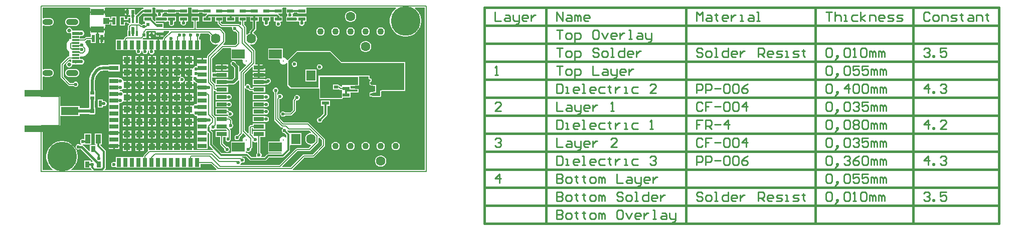
<source format=gtl>
G04*
G04 #@! TF.GenerationSoftware,Altium Limited,Altium Designer,23.10.1 (27)*
G04*
G04 Layer_Physical_Order=1*
G04 Layer_Color=1265191*
%FSLAX44Y44*%
%MOMM*%
G71*
G04*
G04 #@! TF.SameCoordinates,12E47488-CEE1-414F-AB97-9C1FAA11A261*
G04*
G04*
G04 #@! TF.FilePolarity,Positive*
G04*
G01*
G75*
%ADD10C,0.2540*%
%ADD11C,0.2000*%
%ADD12C,0.3000*%
%ADD15C,0.3810*%
%ADD16R,1.1500X0.3000*%
%ADD17R,1.1500X0.6000*%
%ADD18R,1.8000X0.7000*%
%ADD19R,2.2000X1.6000*%
%ADD20R,0.8500X0.3500*%
%ADD21R,0.6500X1.0000*%
%ADD22R,2.9200X1.3500*%
%ADD23R,0.5000X0.6500*%
%ADD24R,0.6500X0.5000*%
%ADD25R,0.6000X0.6000*%
%ADD26R,1.2000X0.5500*%
%ADD27R,0.7000X0.8000*%
%ADD28R,0.5500X1.2000*%
%ADD29R,1.0000X0.5500*%
%ADD30R,1.5000X0.8000*%
%ADD31R,0.8000X1.5000*%
%ADD32R,1.1000X1.1000*%
%ADD33R,0.5500X1.0000*%
%ADD34R,0.8000X1.0000*%
%ADD35R,0.9000X1.5000*%
%ADD36R,0.3500X0.8500*%
%ADD37R,1.0500X1.0000*%
%ADD38R,2.2000X1.0500*%
%ADD39R,1.6000X2.4000*%
%ADD40C,0.6500*%
%ADD41O,2.1000X1.0500*%
%ADD42O,1.8000X1.0000*%
%ADD43C,0.3000*%
%ADD44O,1.6000X1.7000*%
%ADD45R,1.6000X1.7000*%
%ADD46C,1.1000*%
%ADD47C,1.6000*%
%ADD48R,1.6000X1.6000*%
%ADD49R,1.8000X1.8000*%
%ADD50C,1.8000*%
%ADD51C,5.0000*%
%ADD52C,0.5500*%
%ADD53R,1.2700X0.6350*%
%ADD54C,0.5000*%
%ADD55C,0.4000*%
%ADD56C,0.3500*%
%ADD57C,0.6000*%
G36*
X172486Y276244D02*
X172466Y276078D01*
X172262Y275059D01*
X171500D01*
X170329Y274826D01*
X169337Y274163D01*
X169337Y274163D01*
X160492Y265318D01*
X158994Y265616D01*
X158815Y266049D01*
X158500Y266364D01*
Y274750D01*
X150770D01*
X150500Y274750D01*
X149500D01*
X149230Y274750D01*
X147000D01*
Y270000D01*
Y265250D01*
X149230D01*
X149500Y265250D01*
X149719Y265063D01*
X150500Y263980D01*
Y262605D01*
X149929Y261750D01*
X145250D01*
Y258059D01*
X141250D01*
Y262500D01*
X132750D01*
Y247500D01*
X141250D01*
Y251941D01*
X145250D01*
Y250250D01*
X148099D01*
X148625Y248980D01*
X146698Y247052D01*
X146145Y246225D01*
X145951Y245250D01*
Y239750D01*
X145250D01*
Y228559D01*
X144260D01*
X143285Y228365D01*
X142458Y227812D01*
X140698Y226052D01*
X140145Y225226D01*
X139951Y224250D01*
X139201Y223500D01*
X137000Y223500D01*
X135730Y223500D01*
X126000D01*
Y205500D01*
X135730D01*
X137000Y205500D01*
X138270Y205500D01*
X146730D01*
X148000Y205500D01*
Y205500D01*
X148000D01*
Y205500D01*
X159418D01*
X160124Y204444D01*
X160000Y204145D01*
Y202355D01*
X160685Y200701D01*
X161951Y199435D01*
X163605Y198750D01*
X165395D01*
X167049Y199435D01*
X168315Y200701D01*
X169000Y202355D01*
Y204145D01*
X169775Y205205D01*
X170329D01*
X171078Y204083D01*
X171000Y203895D01*
Y202105D01*
X171685Y200451D01*
X172951Y199185D01*
X174605Y198500D01*
X176395D01*
X178049Y199185D01*
X179315Y200451D01*
X180000Y202105D01*
Y203895D01*
X179940Y204039D01*
X180700Y205176D01*
X181529D01*
X182211Y204155D01*
X182000Y203645D01*
Y201855D01*
X182685Y200201D01*
X183951Y198935D01*
X185605Y198250D01*
X187395D01*
X189049Y198935D01*
X190315Y200201D01*
X191000Y201855D01*
Y203645D01*
X190758Y204230D01*
X191606Y205500D01*
X193270Y205500D01*
X196000D01*
Y214500D01*
Y223500D01*
X193270D01*
X192000Y223500D01*
X190730Y223500D01*
X182270D01*
X181000Y223500D01*
X179730Y223500D01*
X171651D01*
X171125Y224770D01*
X172605Y226250D01*
X178000D01*
Y235250D01*
X177701D01*
X177175Y236520D01*
X178106Y237451D01*
X192313D01*
X193500Y237250D01*
X193500Y236181D01*
Y234500D01*
X200000D01*
X206500D01*
Y237250D01*
X207687Y237451D01*
X215437D01*
X215923Y236278D01*
X206698Y227052D01*
X206145Y226225D01*
X205951Y225250D01*
Y224398D01*
X205053Y223500D01*
X203000Y223500D01*
X201730Y223500D01*
X199000D01*
Y214500D01*
Y205500D01*
X201730D01*
X203000Y205500D01*
X204270Y205500D01*
X212730D01*
X214000Y205500D01*
X215270Y205500D01*
X223730D01*
X225000Y205500D01*
X226270Y205500D01*
X245730D01*
X247000Y205500D01*
Y205500D01*
X247000D01*
Y205500D01*
X256730D01*
X258000Y205500D01*
Y205500D01*
X258000D01*
Y205500D01*
X269000D01*
Y223500D01*
X266549D01*
Y226935D01*
X266549Y226935D01*
X267815Y228201D01*
X268500Y229855D01*
Y231645D01*
X268071Y232681D01*
X268822Y233951D01*
X282244D01*
X286327Y229869D01*
X285544Y227980D01*
X285218Y225500D01*
Y224500D01*
X285544Y222020D01*
X286502Y219709D01*
X288025Y217725D01*
X290009Y216202D01*
X292320Y215245D01*
X294800Y214918D01*
X297280Y215245D01*
X298242Y215643D01*
X298962Y214566D01*
X280927Y196532D01*
X280375Y195705D01*
X280181Y194730D01*
Y192000D01*
X273500D01*
Y186500D01*
X272000D01*
Y185000D01*
X263000D01*
Y182270D01*
X263000Y181000D01*
X263000D01*
Y181000D01*
X263000D01*
Y178821D01*
X262145Y178250D01*
X260355D01*
X258701Y177565D01*
X257435Y176299D01*
X256750Y174645D01*
Y174500D01*
X251500D01*
Y167500D01*
Y160500D01*
X254977D01*
X255553Y159230D01*
X255000Y157895D01*
Y156105D01*
X255553Y154770D01*
X254977Y153500D01*
X251500D01*
Y148000D01*
X257000D01*
Y152036D01*
X258270Y152462D01*
X260116Y150616D01*
X260116Y150616D01*
X261439Y149732D01*
X263000Y149422D01*
X263000Y149422D01*
X263000Y148000D01*
X263000Y146730D01*
Y144000D01*
X272000D01*
Y141000D01*
X263000D01*
Y138270D01*
X263000Y137000D01*
X263000Y135730D01*
Y127270D01*
X263000Y126000D01*
X263000D01*
Y126000D01*
X263000D01*
Y114813D01*
X261730Y113965D01*
X261645Y114000D01*
X259855D01*
X258201Y113315D01*
X256935Y112049D01*
X256708Y111500D01*
X251500D01*
Y104500D01*
Y97500D01*
X257000D01*
X257575Y96468D01*
X257685Y96201D01*
X258951Y94935D01*
X260605Y94250D01*
X261897D01*
X263000Y93230D01*
X263000Y91730D01*
Y89000D01*
X272000D01*
Y86000D01*
X263000D01*
Y83270D01*
X263000Y82000D01*
X263000Y80730D01*
Y72270D01*
X263000Y71000D01*
X263000D01*
Y71000D01*
X263000D01*
Y61270D01*
X263000Y60000D01*
X263000Y58730D01*
Y50270D01*
X263000Y49000D01*
X263000Y47730D01*
Y38000D01*
X281000D01*
Y47730D01*
X281000Y49000D01*
X281000Y50270D01*
Y58730D01*
X281000Y60000D01*
X281000Y61270D01*
Y65015D01*
X282173Y65501D01*
X283441Y64233D01*
Y45500D01*
X283441Y45500D01*
X283674Y44330D01*
X284337Y43337D01*
X290474Y37200D01*
X289849Y36029D01*
X289750Y36049D01*
X257000D01*
Y40000D01*
X243000D01*
Y36049D01*
X236000D01*
Y40000D01*
X222000D01*
Y36049D01*
X215000D01*
Y40000D01*
X201000D01*
Y36049D01*
X194000D01*
Y40000D01*
X180000D01*
Y34500D01*
X180000Y34500D01*
X180000D01*
X179237Y33592D01*
X173698Y28052D01*
X173145Y27225D01*
X172951Y26250D01*
Y25398D01*
X172053Y24500D01*
X170000Y24500D01*
X168730Y24500D01*
X149270D01*
X148000Y24500D01*
X146730Y24500D01*
X138270D01*
X137000Y24500D01*
X135730Y24500D01*
X126000D01*
Y16273D01*
X124730Y15697D01*
X123395Y16250D01*
X121605D01*
X119951Y15565D01*
X118685Y14299D01*
X118000Y12645D01*
Y10855D01*
X118685Y9201D01*
X119951Y7935D01*
X121605Y7250D01*
X123395D01*
X124730Y7803D01*
X126000Y7227D01*
Y6500D01*
X135730D01*
X137000Y6500D01*
X138270Y6500D01*
X146730D01*
X148000Y6500D01*
X149270Y6500D01*
X168730D01*
X170000Y6500D01*
X171270Y6500D01*
X179730D01*
X181000Y6500D01*
Y6500D01*
X181000D01*
Y6500D01*
X190730D01*
X192000Y6500D01*
X193270Y6500D01*
X201730D01*
X203000Y6500D01*
X204270Y6500D01*
X212730D01*
X214000Y6500D01*
X215270Y6500D01*
X223730D01*
X225000Y6500D01*
X226270Y6500D01*
X245730D01*
X247000Y6500D01*
X248270Y6500D01*
X256730D01*
X258000Y6500D01*
Y6500D01*
X258000D01*
Y6500D01*
X269000D01*
Y12951D01*
X286944D01*
X296125Y3770D01*
X295599Y2500D01*
X107985D01*
X107499Y3673D01*
X108163Y4337D01*
X108163Y4337D01*
X108826Y5329D01*
X109059Y6500D01*
X109059Y6500D01*
Y34000D01*
X108826Y35171D01*
X108163Y36163D01*
X99596Y44730D01*
X99648Y46000D01*
X102500D01*
Y64000D01*
X90500D01*
Y46000D01*
X92238D01*
X92393Y45770D01*
X91717Y44500D01*
X82000D01*
Y34706D01*
X80827Y34220D01*
X70773Y44273D01*
X70090Y44730D01*
X70475Y46000D01*
X70895D01*
X71886Y46410D01*
X72500Y46000D01*
Y46000D01*
X84500D01*
Y64000D01*
X72500D01*
Y55478D01*
X71444Y54773D01*
X70895Y55000D01*
X69105D01*
X67451Y54315D01*
X66185Y53049D01*
X65500Y51395D01*
Y49605D01*
X66185Y47951D01*
X67451Y46685D01*
X67684Y46589D01*
X67431Y45319D01*
X65545D01*
X65299Y45565D01*
X63645Y46250D01*
X61855D01*
X60201Y45565D01*
X58935Y44299D01*
X58250Y42645D01*
Y40855D01*
X58935Y39201D01*
X60201Y37935D01*
X61855Y37250D01*
X63645D01*
X65299Y37935D01*
X65545Y38181D01*
X66772D01*
X87210Y17743D01*
X86657Y16500D01*
X85355D01*
X84770Y16258D01*
X83500Y17106D01*
Y18500D01*
X72500D01*
Y5500D01*
X83500D01*
X84030Y4922D01*
X84087Y4837D01*
X85251Y3673D01*
X84765Y2500D01*
X51171D01*
X50778Y3708D01*
X52264Y4787D01*
X55213Y7736D01*
X57665Y11111D01*
X59559Y14828D01*
X60848Y18795D01*
X61500Y22914D01*
Y27086D01*
X60848Y31205D01*
X59559Y35173D01*
X57665Y38889D01*
X55213Y42264D01*
X52264Y45213D01*
X48889Y47665D01*
X45173Y49559D01*
X41205Y50848D01*
X37086Y51500D01*
X32914D01*
X28795Y50848D01*
X24827Y49559D01*
X21111Y47665D01*
X17736Y45213D01*
X14787Y42264D01*
X12335Y38889D01*
X10441Y35173D01*
X9153Y31205D01*
X8500Y27086D01*
Y22914D01*
X9153Y18795D01*
X10441Y14828D01*
X12335Y11111D01*
X14787Y7736D01*
X17736Y4787D01*
X19222Y3708D01*
X18829Y2500D01*
X2500D01*
Y67150D01*
X-28400D01*
Y77750D01*
X31624D01*
Y92553D01*
X31800Y93750D01*
X32894Y93750D01*
X65000D01*
Y97407D01*
X80500D01*
Y96250D01*
X91500D01*
Y108250D01*
X90843D01*
Y115000D01*
X90843Y115000D01*
Y119500D01*
X91250D01*
Y128500D01*
Y137500D01*
X90843D01*
Y141750D01*
Y152729D01*
X90799Y152949D01*
X91174Y156752D01*
X92347Y160621D01*
X94253Y164186D01*
X96678Y167140D01*
X96864Y167265D01*
X97175Y167575D01*
X97271Y167721D01*
X99325Y169296D01*
X101876Y170353D01*
X104443Y170691D01*
X104614Y170657D01*
X113500D01*
Y169500D01*
X132500D01*
Y181500D01*
X113500D01*
Y180343D01*
X104614D01*
Y180347D01*
X100671Y179959D01*
X96880Y178809D01*
X93385Y176941D01*
X90942Y174936D01*
X90323Y174428D01*
D01*
X90017Y174117D01*
X90015Y174114D01*
X89492Y173502D01*
X86933Y170506D01*
X84453Y166459D01*
X82637Y162075D01*
X81529Y157460D01*
X81157Y152729D01*
X81157D01*
Y141750D01*
Y137500D01*
X80750D01*
Y128500D01*
Y119500D01*
X81157D01*
Y115000D01*
X81157Y115000D01*
Y108250D01*
X80500D01*
Y107093D01*
X65000D01*
Y111250D01*
X32894D01*
X31800Y111250D01*
X31624Y112447D01*
Y127250D01*
X-28400D01*
Y137850D01*
X2500D01*
Y160185D01*
X3770Y160895D01*
X4803Y160467D01*
X6500Y160244D01*
X14500D01*
X16197Y160467D01*
X17778Y161122D01*
X19136Y162164D01*
X20178Y163522D01*
X20833Y165103D01*
X21056Y166800D01*
X20833Y168497D01*
X20178Y170078D01*
X19136Y171436D01*
X17778Y172478D01*
X16197Y173133D01*
X14500Y173356D01*
X6500D01*
X4803Y173133D01*
X3770Y172705D01*
X2500Y173415D01*
Y246585D01*
X3770Y247295D01*
X4803Y246867D01*
X6500Y246644D01*
X14500D01*
X16197Y246867D01*
X17778Y247522D01*
X19136Y248564D01*
X20178Y249922D01*
X20833Y251503D01*
X21056Y253200D01*
X20833Y254897D01*
X20178Y256478D01*
X19136Y257836D01*
X17778Y258878D01*
X16197Y259533D01*
X14500Y259756D01*
X6500D01*
X4803Y259533D01*
X3770Y259105D01*
X2500Y259815D01*
Y277500D01*
X81848D01*
X82500Y276500D01*
X82500Y276230D01*
Y271250D01*
X95000D01*
X107500D01*
Y276230D01*
X107500Y276500D01*
X108152Y277500D01*
X172331D01*
X172486Y276244D01*
D02*
G37*
G36*
X253500Y276250D02*
X253500Y276230D01*
Y267750D01*
X266500D01*
Y268941D01*
X272500D01*
Y267750D01*
X279428D01*
X279756Y267209D01*
X279904Y266480D01*
X277837Y264413D01*
X277174Y263421D01*
X276941Y262250D01*
X276941Y262250D01*
X272500D01*
Y253750D01*
X287500D01*
Y261441D01*
X293500D01*
Y253750D01*
X297451D01*
Y251750D01*
X297645Y250774D01*
X298198Y249948D01*
X302698Y245448D01*
X303524Y244895D01*
X304500Y244701D01*
X321727D01*
X322575Y243431D01*
X322250Y242645D01*
Y240855D01*
X322935Y239201D01*
X324201Y237935D01*
X325855Y237250D01*
X327645D01*
X327645Y237250D01*
X330701Y234194D01*
Y217806D01*
X327194Y214299D01*
X307700D01*
X307174Y215569D01*
X309552Y217948D01*
X310105Y218775D01*
X310299Y219750D01*
Y234000D01*
X310105Y234975D01*
X309552Y235802D01*
X303552Y241802D01*
X302726Y242355D01*
X301750Y242549D01*
X262549D01*
Y253750D01*
X266500D01*
Y262250D01*
X253500D01*
Y253750D01*
X257451D01*
Y242549D01*
X207687D01*
X206500Y242750D01*
Y251250D01*
X194326D01*
X193096Y252480D01*
X193622Y253750D01*
X207500D01*
X207500Y253750D01*
X208605Y253500D01*
X208666Y253500D01*
X210395D01*
X211230Y253846D01*
X212500Y253750D01*
X212500Y253750D01*
X212500Y253750D01*
X215349D01*
X215846Y252480D01*
X215500Y251645D01*
Y249855D01*
X216185Y248201D01*
X217451Y246935D01*
X219105Y246250D01*
X220895D01*
X222549Y246935D01*
X223815Y248201D01*
X224500Y249855D01*
Y251645D01*
X224154Y252480D01*
X224651Y253750D01*
X227500D01*
Y262250D01*
X212500D01*
X212500Y262250D01*
Y262250D01*
X211230Y262154D01*
X210395Y262500D01*
X208666D01*
X208605Y262500D01*
X207500Y262250D01*
X207500Y262250D01*
X204273D01*
X203787Y263423D01*
X203815Y263451D01*
X204500Y265105D01*
Y266895D01*
X205071Y267750D01*
X207500D01*
Y268941D01*
X212500D01*
Y267750D01*
X227500D01*
Y268941D01*
X232500D01*
Y267750D01*
X247500D01*
Y276230D01*
X247500Y276250D01*
X247548Y277500D01*
X253452D01*
X253500Y276250D01*
D02*
G37*
G36*
X192500D02*
X192500Y276230D01*
Y267750D01*
X194929D01*
X195500Y266895D01*
Y265105D01*
X196185Y263451D01*
X196213Y263423D01*
X195727Y262250D01*
X192500D01*
Y254872D01*
X191230Y254346D01*
X187500Y258076D01*
Y262250D01*
X172500D01*
Y253750D01*
X174230D01*
X175500Y253750D01*
Y250217D01*
X174444Y249511D01*
X174205Y249610D01*
X172415D01*
X170761Y248925D01*
X169495Y247659D01*
X168503Y248326D01*
X167277Y249552D01*
X166451Y250105D01*
X165475Y250299D01*
X164750D01*
Y260924D01*
X171847Y268021D01*
X172500Y267750D01*
Y267750D01*
X187500D01*
Y276230D01*
X187500Y276250D01*
X187548Y277500D01*
X192452D01*
X192500Y276250D01*
D02*
G37*
G36*
X333500Y253750D02*
X337451D01*
Y248450D01*
X336181Y247924D01*
X335052Y249052D01*
X334226Y249605D01*
X333250Y249799D01*
X305556D01*
X302875Y252480D01*
X303335Y253750D01*
X306500D01*
Y261441D01*
X312500D01*
Y253750D01*
X327500D01*
Y261441D01*
X333500D01*
Y253750D01*
D02*
G37*
G36*
X352500D02*
X356941D01*
Y243017D01*
X352637Y238713D01*
X351974Y237721D01*
X351741Y236550D01*
X351741Y236550D01*
Y234516D01*
X350009Y233798D01*
X348025Y232276D01*
X347569Y231682D01*
X346299Y232113D01*
Y244000D01*
X346105Y244975D01*
X345552Y245802D01*
X342549Y248806D01*
Y253750D01*
X346500D01*
Y261441D01*
X352500D01*
Y253750D01*
D02*
G37*
G36*
X647500Y2500D02*
X425123D01*
X424597Y3770D01*
X444778Y23951D01*
X459278D01*
X460254Y24145D01*
X461081Y24698D01*
X478302Y41919D01*
X478855Y42746D01*
X479049Y43722D01*
Y53999D01*
X478855Y54974D01*
X478302Y55801D01*
X451801Y82302D01*
X450974Y82855D01*
X449999Y83049D01*
X409255D01*
X401799Y90506D01*
Y121397D01*
X402355Y122500D01*
X404145D01*
X405799Y123185D01*
X407065Y124451D01*
X407750Y126105D01*
Y127895D01*
X407065Y129549D01*
X405799Y130815D01*
X404145Y131500D01*
X402355D01*
X400701Y130815D01*
X399569Y129683D01*
X398941Y129776D01*
X398299Y130072D01*
Y133685D01*
X398299Y133685D01*
X399565Y134951D01*
X400250Y136605D01*
Y138395D01*
X399565Y140049D01*
X398299Y141315D01*
X396645Y142000D01*
X394855D01*
X393201Y141315D01*
X391935Y140049D01*
X391250Y138395D01*
Y136605D01*
X391935Y134951D01*
X393201Y133685D01*
X393201Y133685D01*
Y88000D01*
X393395Y87024D01*
X393948Y86198D01*
X404948Y75198D01*
X405775Y74645D01*
X406750Y74451D01*
X407979D01*
X408231Y73181D01*
X407951Y73065D01*
X406685Y71799D01*
X406000Y70145D01*
Y68355D01*
X406685Y66701D01*
X407951Y65435D01*
X409605Y64750D01*
X410674D01*
X414041Y61383D01*
Y58318D01*
X412771Y57792D01*
X412229Y58334D01*
X410023Y59248D01*
X407637D01*
X405431Y58334D01*
X403744Y56647D01*
X402830Y54441D01*
Y52055D01*
X402933Y51806D01*
X402228Y50750D01*
X383000D01*
Y31750D01*
X405651D01*
X406300Y30480D01*
X405969Y30022D01*
X383714D01*
X383713Y30022D01*
X382543Y29789D01*
X381551Y29126D01*
X376858Y24434D01*
X372457D01*
X371627Y25704D01*
X372000Y26605D01*
Y28395D01*
X371315Y30049D01*
X370049Y31315D01*
X370049Y31315D01*
Y58750D01*
X378000D01*
Y68750D01*
X357000D01*
Y63790D01*
X355827Y63279D01*
X355049Y63910D01*
Y73444D01*
X355306Y73701D01*
X357000D01*
Y71250D01*
X378000D01*
Y81250D01*
X357000D01*
Y78799D01*
X354250D01*
X353274Y78605D01*
X352448Y78052D01*
X350698Y76302D01*
X350145Y75476D01*
X349951Y74500D01*
Y64813D01*
X348778Y64327D01*
X343299Y69806D01*
Y141332D01*
X344569Y141585D01*
X344935Y140701D01*
X346201Y139435D01*
X347855Y138750D01*
X349645D01*
X349645Y138750D01*
X351448Y136948D01*
X352275Y136395D01*
X353250Y136201D01*
X357000D01*
Y133750D01*
X378000D01*
Y143750D01*
X357000D01*
Y141299D01*
X354306D01*
X353250Y142355D01*
X353250Y142355D01*
Y144145D01*
X352565Y145799D01*
X351299Y147065D01*
X349645Y147750D01*
X347855D01*
X346201Y147065D01*
X344935Y145799D01*
X344569Y144915D01*
X343299Y145168D01*
Y164694D01*
X355827Y177222D01*
X357000Y176736D01*
Y171250D01*
X366000D01*
Y176250D01*
Y181250D01*
X361484D01*
X361026Y182520D01*
X361380Y183050D01*
X361574Y184025D01*
Y203975D01*
X361380Y204950D01*
X360828Y205777D01*
X352690Y213915D01*
X353283Y215118D01*
X354800Y214918D01*
X357280Y215245D01*
X359591Y216202D01*
X361576Y217725D01*
X363098Y219709D01*
X364055Y222020D01*
X364382Y224500D01*
Y225500D01*
X364055Y227980D01*
X363098Y230291D01*
X361576Y232276D01*
X359591Y233798D01*
X358466Y234264D01*
X358265Y235689D01*
X362163Y239587D01*
X362163Y239587D01*
X362826Y240579D01*
X363059Y241750D01*
Y253750D01*
X367500D01*
Y261441D01*
X373500D01*
Y253750D01*
X375099D01*
X375742Y252480D01*
X375500Y251895D01*
Y250105D01*
X376185Y248451D01*
X377451Y247185D01*
X379105Y246500D01*
X380895D01*
X382549Y247185D01*
X383815Y248451D01*
X384500Y250105D01*
Y251895D01*
X384258Y252480D01*
X384901Y253750D01*
X386500D01*
Y261441D01*
X392500D01*
Y253750D01*
X395977D01*
X396463Y252577D01*
X396435Y252549D01*
X395750Y250895D01*
Y249105D01*
X396435Y247451D01*
X397701Y246185D01*
X399355Y245500D01*
X401145D01*
X402799Y246185D01*
X404065Y247451D01*
X404750Y249105D01*
Y250895D01*
X404065Y252549D01*
X404037Y252577D01*
X404523Y253750D01*
X407500D01*
Y262250D01*
X403059D01*
Y262500D01*
X402826Y263671D01*
X402163Y264663D01*
X400346Y266480D01*
X400494Y267210D01*
X400822Y267750D01*
X407500D01*
Y276230D01*
X407500Y276250D01*
X407548Y277500D01*
X413452D01*
X413500Y276250D01*
X413500Y276230D01*
Y267750D01*
X415022D01*
X415727Y266694D01*
X415500Y266145D01*
Y264355D01*
X415846Y263520D01*
X414997Y262250D01*
X413500D01*
Y253750D01*
X426500D01*
Y254047D01*
X427889D01*
X428605Y253750D01*
X430395D01*
X431230Y254096D01*
X432500Y253750D01*
Y253750D01*
X432500Y253750D01*
X434894D01*
X435742Y252480D01*
X435500Y251895D01*
Y250105D01*
X436185Y248451D01*
X437451Y247185D01*
X439105Y246500D01*
X440895D01*
X442549Y247185D01*
X443815Y248451D01*
X444500Y250105D01*
Y251895D01*
X444258Y252480D01*
X445106Y253750D01*
X447500D01*
Y262250D01*
X432500D01*
X432500Y262250D01*
X431284Y262382D01*
X430395Y262750D01*
X428605D01*
X427715Y262382D01*
X426500Y262250D01*
X426500Y262250D01*
X426500Y262250D01*
X425003D01*
X424154Y263520D01*
X424500Y264355D01*
Y266145D01*
X424273Y266694D01*
X424978Y267750D01*
X426500D01*
Y268941D01*
X432500D01*
Y267750D01*
X447500D01*
Y276230D01*
X447500Y276250D01*
X447548Y277500D01*
X598829D01*
X599222Y276292D01*
X597736Y275213D01*
X594787Y272264D01*
X592335Y268889D01*
X590442Y265173D01*
X589152Y261205D01*
X588500Y257086D01*
Y252914D01*
X589152Y248795D01*
X590442Y244827D01*
X592335Y241111D01*
X594787Y237736D01*
X597736Y234787D01*
X601111Y232335D01*
X604827Y230441D01*
X608795Y229153D01*
X612914Y228500D01*
X617086D01*
X621205Y229153D01*
X625173Y230441D01*
X628889Y232335D01*
X632264Y234787D01*
X635213Y237736D01*
X637665Y241111D01*
X639558Y244827D01*
X640847Y248795D01*
X641500Y252914D01*
Y257086D01*
X640847Y261205D01*
X639558Y265173D01*
X637665Y268889D01*
X635213Y272264D01*
X632264Y275213D01*
X630778Y276292D01*
X631171Y277500D01*
X647500D01*
Y2500D01*
D02*
G37*
G36*
X320500Y208250D02*
Y189250D01*
X339729D01*
X340435Y188194D01*
X340330Y187941D01*
Y185555D01*
X341244Y183349D01*
X342931Y181661D01*
X345137Y180748D01*
X345501D01*
X345987Y179575D01*
X335470Y169058D01*
X335373Y169061D01*
X334200Y169455D01*
Y176878D01*
X333890Y178439D01*
X333006Y179762D01*
X333006Y179762D01*
X328737Y184031D01*
X328315Y185049D01*
X327049Y186315D01*
X325395Y187000D01*
X323605D01*
X321951Y186315D01*
X320685Y185049D01*
X320000Y183395D01*
Y181605D01*
X320685Y179951D01*
X321951Y178685D01*
X322969Y178263D01*
X326044Y175189D01*
Y159541D01*
X325886Y159159D01*
X322055Y155328D01*
X315500D01*
Y156250D01*
X294500D01*
Y149123D01*
X293230Y148597D01*
X288779Y153048D01*
Y158698D01*
X290049Y159438D01*
X291105Y159000D01*
X292895D01*
X293230Y159139D01*
X294500Y158750D01*
Y158750D01*
X315500D01*
Y168750D01*
X294500D01*
Y168474D01*
X293230Y167861D01*
X292895Y168000D01*
X291105D01*
X290049Y167563D01*
X288779Y168302D01*
Y190924D01*
X307056Y209201D01*
X319730D01*
X320500Y208250D01*
D02*
G37*
G36*
X334701Y154047D02*
Y65056D01*
X331645Y62000D01*
X331645Y62000D01*
X329855D01*
X328201Y61315D01*
X326935Y60049D01*
X326250Y58395D01*
Y56605D01*
X326935Y54951D01*
X328201Y53685D01*
X329855Y53000D01*
X331645D01*
X333299Y53685D01*
X334565Y54951D01*
X335250Y56605D01*
Y58395D01*
X335250Y58395D01*
X339052Y62198D01*
X339605Y63025D01*
X339799Y64000D01*
Y64437D01*
X340972Y64923D01*
X345474Y60421D01*
X344935Y59164D01*
X342931Y58334D01*
X341244Y56647D01*
X340330Y54441D01*
Y52055D01*
X340433Y51806D01*
X339728Y50750D01*
X320500D01*
Y31750D01*
X319413Y31309D01*
X305017D01*
X289559Y46767D01*
Y65500D01*
X289559Y65500D01*
X289326Y66670D01*
X288663Y67663D01*
X288663Y67663D01*
X286417Y69909D01*
X286502Y70338D01*
X286709Y70522D01*
X287927Y70988D01*
X289105Y70500D01*
X290895D01*
X292549Y71185D01*
X293230Y71866D01*
X294500Y71340D01*
Y71250D01*
X311895D01*
X313222Y69923D01*
X312736Y68750D01*
X294500D01*
Y58750D01*
X302451D01*
Y46250D01*
X302645Y45275D01*
X303198Y44448D01*
X309250Y38395D01*
X309250Y38395D01*
Y36605D01*
X309935Y34951D01*
X311201Y33685D01*
X312855Y33000D01*
X314645D01*
X316299Y33685D01*
X317565Y34951D01*
X318250Y36605D01*
Y38395D01*
X317565Y40049D01*
X316299Y41315D01*
X314645Y42000D01*
X312855D01*
X312855Y42000D01*
X307549Y47306D01*
Y58750D01*
X311340D01*
X311866Y57480D01*
X311685Y57299D01*
X311000Y55645D01*
Y53855D01*
X311685Y52201D01*
X312951Y50935D01*
X314605Y50250D01*
X316395D01*
X318049Y50935D01*
X319315Y52201D01*
X320000Y53855D01*
Y55645D01*
X319808Y56108D01*
X319907Y56609D01*
Y69391D01*
X319713Y70367D01*
X319161Y71194D01*
X318625Y71730D01*
X319151Y73000D01*
X320395D01*
X322049Y73685D01*
X323315Y74951D01*
X324000Y76605D01*
Y78395D01*
X323315Y80049D01*
X322049Y81315D01*
X322049Y81315D01*
Y86500D01*
X321855Y87476D01*
X321302Y88302D01*
X319052Y90552D01*
X318225Y91105D01*
X317250Y91299D01*
X316398D01*
X315500Y92197D01*
X315500Y92753D01*
Y92768D01*
D01*
X315500Y93090D01*
X316701Y93685D01*
X318355Y93000D01*
X320145D01*
X321799Y93685D01*
X323065Y94951D01*
X323750Y96605D01*
Y98395D01*
X323065Y100049D01*
X321799Y101315D01*
X320145Y102000D01*
X318355D01*
X318355Y102000D01*
X317302Y103052D01*
X316476Y103605D01*
X315500Y103799D01*
Y106250D01*
X294500D01*
Y96250D01*
X314897D01*
X315435Y94951D01*
X314840Y93750D01*
X314519Y93750D01*
X314519Y93750D01*
X314503Y93750D01*
X294500D01*
X294500Y93750D01*
Y93750D01*
X293401Y94202D01*
X291049Y96554D01*
Y136437D01*
X292319Y136814D01*
X292946Y136395D01*
X293922Y136201D01*
X294500D01*
Y133750D01*
X315500D01*
Y143750D01*
X294549D01*
Y145218D01*
X294549Y146222D01*
X294572Y146250D01*
X315500Y146250D01*
Y147172D01*
X323744D01*
X323744Y147172D01*
X325305Y147482D01*
X326628Y148366D01*
X331653Y153392D01*
X332671Y153813D01*
X333431Y154573D01*
X334701Y154047D01*
D02*
G37*
G36*
X358951Y49935D02*
X360605Y49250D01*
X362395D01*
X363681Y49783D01*
X364951Y49178D01*
Y31315D01*
X364951Y31315D01*
X363685Y30049D01*
X363000Y28395D01*
Y26605D01*
X363373Y25704D01*
X362543Y24434D01*
X355142D01*
X349163Y30413D01*
X348171Y31076D01*
X347000Y31309D01*
X347000Y31309D01*
X346587D01*
X345500Y31750D01*
Y33590D01*
X346770Y34116D01*
X347201Y33685D01*
X348855Y33000D01*
X350645D01*
X352299Y33685D01*
X353565Y34951D01*
X354250Y36605D01*
Y38395D01*
X354250Y38395D01*
X355802Y39948D01*
X356355Y40775D01*
X356549Y41750D01*
Y50678D01*
X357191Y50974D01*
X357819Y51067D01*
X358951Y49935D01*
D02*
G37*
G36*
X417399Y69270D02*
X418375Y69076D01*
X452868D01*
X455749Y66195D01*
X455477Y65644D01*
X455082Y65066D01*
X452720Y64755D01*
X450409Y63798D01*
X448425Y62275D01*
X446902Y60291D01*
X445945Y57980D01*
X445618Y55500D01*
Y54500D01*
X445945Y52020D01*
X446902Y49709D01*
X448425Y47724D01*
X450409Y46202D01*
X452720Y45244D01*
X455082Y44934D01*
X455477Y44356D01*
X455749Y43805D01*
X451339Y39394D01*
X431681D01*
X430705Y39200D01*
X429878Y38647D01*
X402030Y10799D01*
X336709D01*
X336183Y12069D01*
X336565Y12451D01*
X337250Y14105D01*
Y14168D01*
X338306Y14874D01*
X338605Y14750D01*
X340395D01*
X342049Y15435D01*
X343315Y16701D01*
X344000Y18355D01*
Y20145D01*
X343315Y21799D01*
X342049Y23065D01*
X340395Y23750D01*
X338856D01*
X338651Y23921D01*
X339113Y25191D01*
X345733D01*
X351712Y19212D01*
X351712Y19212D01*
X352705Y18549D01*
X353875Y18316D01*
X353875Y18316D01*
X378125D01*
X378125Y18316D01*
X379296Y18549D01*
X380288Y19212D01*
X384981Y23905D01*
X407963D01*
X407963Y23905D01*
X409134Y24138D01*
X410126Y24801D01*
X419263Y33937D01*
X419263Y33937D01*
X419926Y34929D01*
X420159Y36100D01*
X420159Y36100D01*
Y43788D01*
X420300Y45000D01*
X421429Y45000D01*
X439300D01*
Y65000D01*
X420665D01*
X420300Y65000D01*
X419043Y65032D01*
X415602Y68474D01*
X415690Y68918D01*
X415808Y69039D01*
X417096Y69473D01*
X417399Y69270D01*
D02*
G37*
G36*
X473951Y52943D02*
Y44778D01*
X458222Y29049D01*
X443722D01*
X442746Y28855D01*
X441920Y28302D01*
X420916Y7299D01*
X407399D01*
X406913Y8472D01*
X432737Y34296D01*
X452394D01*
X453370Y34490D01*
X454197Y35043D01*
X467502Y48348D01*
X468055Y49175D01*
X468249Y50151D01*
Y56986D01*
X469422Y57472D01*
X473951Y52943D01*
D02*
G37*
%LPC*%
G36*
X144000Y274750D02*
X141500D01*
Y271500D01*
X144000D01*
Y274750D01*
D02*
G37*
G36*
Y268500D02*
X141500D01*
Y265250D01*
X144000D01*
Y268500D01*
D02*
G37*
G36*
X107500Y268250D02*
X95000D01*
X82500D01*
Y265000D01*
X82002D01*
Y244999D01*
X82500D01*
Y241750D01*
X95000D01*
X107500D01*
Y244999D01*
X108002D01*
Y248500D01*
X117000D01*
Y251941D01*
X118750D01*
Y247500D01*
X127250D01*
Y262500D01*
X118750D01*
Y258059D01*
X117000D01*
Y261500D01*
X108002D01*
Y265000D01*
X107500D01*
Y268250D01*
D02*
G37*
G36*
X57550Y260008D02*
X47050D01*
X45288Y259776D01*
X43646Y259096D01*
X42236Y258014D01*
X41154Y256604D01*
X40474Y254962D01*
X40242Y253200D01*
X40474Y251438D01*
X41154Y249796D01*
X42236Y248386D01*
X43646Y247304D01*
X45288Y246624D01*
X47050Y246392D01*
X57550D01*
X59312Y246624D01*
X60954Y247304D01*
X62364Y248386D01*
X63446Y249796D01*
X64126Y251438D01*
X64358Y253200D01*
X64126Y254962D01*
X63446Y256604D01*
X62364Y258014D01*
X60954Y259096D01*
X59312Y259776D01*
X57550Y260008D01*
D02*
G37*
G36*
X191000Y235250D02*
X188000D01*
Y232250D01*
X191000D01*
Y235250D01*
D02*
G37*
G36*
X185000D02*
X182000D01*
Y232250D01*
X185000D01*
Y235250D01*
D02*
G37*
G36*
X206500Y231500D02*
X201500D01*
Y228750D01*
X206500D01*
Y231500D01*
D02*
G37*
G36*
X198500D02*
X193500D01*
Y228750D01*
X198500D01*
Y231500D01*
D02*
G37*
G36*
X107500Y238750D02*
X96500D01*
Y233500D01*
X97098D01*
X97750Y232500D01*
X97750Y232230D01*
Y226500D01*
X106250D01*
Y232230D01*
X106250Y232500D01*
X106902Y233500D01*
X107500D01*
Y238750D01*
D02*
G37*
G36*
X191000Y229250D02*
X188000D01*
Y226250D01*
X191000D01*
Y229250D01*
D02*
G37*
G36*
X185000D02*
X182000D01*
Y226250D01*
X185000D01*
Y229250D01*
D02*
G37*
G36*
X106250Y223500D02*
X103500D01*
Y217500D01*
X106250D01*
Y223500D01*
D02*
G37*
G36*
X100500D02*
X97750D01*
Y217500D01*
X100500D01*
Y223500D01*
D02*
G37*
G36*
X48245Y243650D02*
X46355D01*
X44609Y242927D01*
X43273Y241591D01*
X42550Y239845D01*
Y237955D01*
X43273Y236209D01*
X44609Y234873D01*
X46355Y234150D01*
X48245D01*
X49530Y234682D01*
X50800Y234023D01*
Y224000D01*
X47300D01*
Y222463D01*
X46346Y221826D01*
X45174Y220654D01*
X43848Y218669D01*
X43383Y216328D01*
Y209250D01*
X43848Y206909D01*
X45174Y204924D01*
X46924Y203174D01*
X47300Y202923D01*
Y196000D01*
X46530Y195049D01*
X46250D01*
X45275Y194855D01*
X44448Y194302D01*
X33448Y183302D01*
X32895Y182475D01*
X32701Y181500D01*
Y159750D01*
X32895Y158775D01*
X33448Y157948D01*
X45698Y145698D01*
X46525Y145145D01*
X47500Y144951D01*
X54435D01*
X54435Y144951D01*
X55701Y143685D01*
X57355Y143000D01*
X59145D01*
X60799Y143685D01*
X62065Y144951D01*
X62750Y146605D01*
Y148395D01*
X62065Y150049D01*
X60799Y151315D01*
X59145Y152000D01*
X57355D01*
X55701Y151315D01*
X54435Y150049D01*
X54435Y150049D01*
X48556D01*
X37799Y160806D01*
Y180444D01*
X47306Y189951D01*
X50800D01*
Y185977D01*
X49530Y185318D01*
X48245Y185850D01*
X46355D01*
X44609Y185127D01*
X43273Y183791D01*
X42550Y182045D01*
Y180155D01*
X43273Y178409D01*
X44609Y177073D01*
X46355Y176350D01*
X48245D01*
X49991Y177073D01*
X51327Y178409D01*
X52050Y180155D01*
Y181500D01*
X65300D01*
Y181500D01*
X66570Y181722D01*
X67105Y181500D01*
X68895D01*
X70549Y182185D01*
X71815Y183451D01*
X72500Y185105D01*
Y186895D01*
X71815Y188549D01*
X70549Y189815D01*
X68895Y190500D01*
X67105D01*
X66570Y190278D01*
X65300Y190951D01*
Y193471D01*
X65972Y194632D01*
X70528D01*
X72869Y195098D01*
X74854Y196424D01*
X78076Y199646D01*
X79402Y201631D01*
X79868Y203972D01*
Y208528D01*
X79402Y210869D01*
X78076Y212854D01*
X76250Y214680D01*
Y214803D01*
X75705Y216838D01*
X74652Y218662D01*
X74465Y218848D01*
X74468Y219242D01*
X74769Y220341D01*
X75302Y220698D01*
X77467Y222863D01*
X83750D01*
Y217500D01*
X92250D01*
Y232230D01*
X92250Y232500D01*
X92902Y233500D01*
X93500D01*
Y238750D01*
X82500D01*
Y233500D01*
X83098D01*
X83750Y232500D01*
X83750Y232230D01*
Y227961D01*
X76412D01*
X75436Y227767D01*
X74609Y227214D01*
X72444Y225049D01*
X65300D01*
Y228873D01*
X66350Y229683D01*
X66570Y229722D01*
X67105Y229500D01*
X68895D01*
X70549Y230185D01*
X71815Y231451D01*
X72500Y233105D01*
Y234895D01*
X71815Y236549D01*
X70549Y237815D01*
X68895Y238500D01*
X67105D01*
X66570Y238278D01*
X65300Y238500D01*
Y238500D01*
X65300Y238500D01*
X52050D01*
Y239845D01*
X51327Y241591D01*
X49991Y242927D01*
X48245Y243650D01*
D02*
G37*
G36*
X257000Y195500D02*
X251500D01*
Y190000D01*
X257000D01*
Y195500D01*
D02*
G37*
G36*
X248500D02*
X243000D01*
Y190000D01*
X248500D01*
Y195500D01*
D02*
G37*
G36*
X236000D02*
X230500D01*
Y190000D01*
X236000D01*
Y195500D01*
D02*
G37*
G36*
X227500D02*
X222000D01*
Y190000D01*
X227500D01*
Y195500D01*
D02*
G37*
G36*
X215000D02*
X209500D01*
Y190000D01*
X215000D01*
Y195500D01*
D02*
G37*
G36*
X206500D02*
X201000D01*
Y190000D01*
X206500D01*
Y195500D01*
D02*
G37*
G36*
X194000D02*
X188500D01*
Y190000D01*
X194000D01*
Y195500D01*
D02*
G37*
G36*
X185500D02*
X180000D01*
Y190000D01*
X185500D01*
Y195500D01*
D02*
G37*
G36*
X173000D02*
X167500D01*
Y190000D01*
X173000D01*
Y195500D01*
D02*
G37*
G36*
X164500D02*
X159000D01*
Y190000D01*
X164500D01*
Y195500D01*
D02*
G37*
G36*
X152000D02*
X146500D01*
Y190000D01*
X152000D01*
Y195500D01*
D02*
G37*
G36*
X143500D02*
X138000D01*
Y190000D01*
X143500D01*
Y195500D01*
D02*
G37*
G36*
X270500Y192000D02*
X263000D01*
Y188000D01*
X270500D01*
Y192000D01*
D02*
G37*
G36*
X257000Y187000D02*
X251500D01*
Y181500D01*
X257000D01*
Y187000D01*
D02*
G37*
G36*
X248500D02*
X243000D01*
Y181500D01*
X248500D01*
Y187000D01*
D02*
G37*
G36*
X236000D02*
X230500D01*
Y181500D01*
X236000D01*
Y187000D01*
D02*
G37*
G36*
X227500D02*
X222000D01*
Y181500D01*
X227500D01*
Y187000D01*
D02*
G37*
G36*
X215000D02*
X209500D01*
Y181500D01*
X215000D01*
Y187000D01*
D02*
G37*
G36*
X206500D02*
X201000D01*
Y181500D01*
X206500D01*
Y187000D01*
D02*
G37*
G36*
X194000D02*
X188500D01*
Y181500D01*
X194000D01*
Y187000D01*
D02*
G37*
G36*
X185500D02*
X180000D01*
Y181500D01*
X185500D01*
Y187000D01*
D02*
G37*
G36*
X173000D02*
X167500D01*
Y181500D01*
X173000D01*
Y187000D01*
D02*
G37*
G36*
X164500D02*
X159000D01*
Y181500D01*
X164500D01*
Y187000D01*
D02*
G37*
G36*
X152000D02*
X146500D01*
Y181500D01*
X152000D01*
Y187000D01*
D02*
G37*
G36*
X143500D02*
X138000D01*
Y181500D01*
X143500D01*
Y187000D01*
D02*
G37*
G36*
X248500Y174500D02*
X243000D01*
Y169000D01*
X248500D01*
Y174500D01*
D02*
G37*
G36*
X236000D02*
X230500D01*
Y169000D01*
X236000D01*
Y174500D01*
D02*
G37*
G36*
X227500D02*
X222000D01*
Y169000D01*
X227500D01*
Y174500D01*
D02*
G37*
G36*
X215000D02*
X209500D01*
Y169000D01*
X215000D01*
Y174500D01*
D02*
G37*
G36*
X206500D02*
X201000D01*
Y169000D01*
X206500D01*
Y174500D01*
D02*
G37*
G36*
X194000D02*
X188500D01*
Y169000D01*
X194000D01*
Y174500D01*
D02*
G37*
G36*
X185500D02*
X180000D01*
Y169000D01*
X185500D01*
Y174500D01*
D02*
G37*
G36*
X173000D02*
X167500D01*
Y169000D01*
X173000D01*
Y174500D01*
D02*
G37*
G36*
X164500D02*
X159000D01*
Y169000D01*
X164500D01*
Y174500D01*
D02*
G37*
G36*
X152000D02*
X146500D01*
Y169000D01*
X152000D01*
Y174500D01*
D02*
G37*
G36*
X143500D02*
X138000D01*
Y169000D01*
X143500D01*
Y174500D01*
D02*
G37*
G36*
X248500Y166000D02*
X243000D01*
Y160500D01*
X248500D01*
Y166000D01*
D02*
G37*
G36*
X215000D02*
X209500D01*
Y160500D01*
X215000D01*
Y166000D01*
D02*
G37*
G36*
X206500D02*
X201000D01*
Y160500D01*
X206500D01*
Y166000D01*
D02*
G37*
G36*
X194000D02*
X188500D01*
Y160500D01*
X194000D01*
Y166000D01*
D02*
G37*
G36*
X185500D02*
X180000D01*
Y160500D01*
X185500D01*
Y166000D01*
D02*
G37*
G36*
X173000D02*
X167500D01*
Y160500D01*
X173000D01*
Y166000D01*
D02*
G37*
G36*
X164500D02*
X159000D01*
Y160500D01*
X164500D01*
Y166000D01*
D02*
G37*
G36*
X152000D02*
X146500D01*
Y160500D01*
X152000D01*
Y166000D01*
D02*
G37*
G36*
X143500D02*
X138000D01*
Y160500D01*
X143500D01*
Y166000D01*
D02*
G37*
G36*
X227500D02*
X222000D01*
Y160500D01*
X227500D01*
Y166000D01*
D02*
G37*
G36*
X57550Y173608D02*
X47050D01*
X45288Y173376D01*
X43646Y172696D01*
X42236Y171614D01*
X41154Y170204D01*
X40474Y168562D01*
X40242Y166800D01*
X40474Y165038D01*
X41154Y163396D01*
X42236Y161986D01*
X43646Y160904D01*
X45288Y160224D01*
X47050Y159992D01*
X57550D01*
X59312Y160224D01*
X60954Y160904D01*
X62364Y161986D01*
X63446Y163396D01*
X64126Y165038D01*
X64358Y166800D01*
X64126Y168562D01*
X63446Y170204D01*
X62364Y171614D01*
X60954Y172696D01*
X59312Y173376D01*
X57550Y173608D01*
D02*
G37*
G36*
X248500Y153500D02*
X243000D01*
Y148000D01*
X248500D01*
Y153500D01*
D02*
G37*
G36*
X236000Y166000D02*
X230500D01*
Y160500D01*
X234874D01*
X235012Y160500D01*
X235136Y159878D01*
X235136D01*
Y159878D01*
X234610Y158728D01*
X233737Y157856D01*
X233052Y156202D01*
Y154411D01*
X232443Y153500D01*
X230500D01*
Y148000D01*
X236000D01*
Y150367D01*
X236657Y150807D01*
X238447D01*
X240101Y151492D01*
X241367Y152758D01*
X242052Y154411D01*
Y156202D01*
X241367Y157856D01*
X240101Y159122D01*
X238447Y159807D01*
X237482D01*
X236339Y160340D01*
X236339D01*
X236339Y160340D01*
D01*
X236000Y160909D01*
X236000Y161182D01*
Y166000D01*
D02*
G37*
G36*
X227500Y153500D02*
X222000D01*
Y148000D01*
X227500D01*
Y153500D01*
D02*
G37*
G36*
X215000D02*
X209500D01*
Y148000D01*
X215000D01*
Y153500D01*
D02*
G37*
G36*
X206500D02*
X201000D01*
Y148000D01*
X206500D01*
Y153500D01*
D02*
G37*
G36*
X194000D02*
X188500D01*
Y148000D01*
X194000D01*
Y153500D01*
D02*
G37*
G36*
X185500D02*
X180000D01*
Y148000D01*
X185500D01*
Y153500D01*
D02*
G37*
G36*
X173000D02*
X167500D01*
Y148000D01*
X173000D01*
Y153500D01*
D02*
G37*
G36*
X164500D02*
X159000D01*
Y148000D01*
X164500D01*
Y153500D01*
D02*
G37*
G36*
X152000D02*
X146500D01*
Y148000D01*
X152000D01*
Y153500D01*
D02*
G37*
G36*
X257000Y145000D02*
X251500D01*
Y139500D01*
X257000D01*
Y145000D01*
D02*
G37*
G36*
X248500D02*
X243000D01*
Y139500D01*
X248500D01*
Y145000D01*
D02*
G37*
G36*
X236000D02*
X230500D01*
Y139500D01*
X236000D01*
Y145000D01*
D02*
G37*
G36*
X227500D02*
X222000D01*
Y139500D01*
X227500D01*
Y145000D01*
D02*
G37*
G36*
X215000D02*
X209500D01*
Y139500D01*
X215000D01*
Y145000D01*
D02*
G37*
G36*
X206500D02*
X201000D01*
Y139500D01*
X206500D01*
Y145000D01*
D02*
G37*
G36*
X194000D02*
X188500D01*
Y139500D01*
X194000D01*
Y145000D01*
D02*
G37*
G36*
X185500D02*
X180000D01*
Y139500D01*
X185500D01*
Y145000D01*
D02*
G37*
G36*
X173000D02*
X167500D01*
Y139500D01*
X173000D01*
Y145000D01*
D02*
G37*
G36*
X164500D02*
X159000D01*
Y139500D01*
X164500D01*
Y145000D01*
D02*
G37*
G36*
X152000D02*
X146500D01*
Y139500D01*
X152000D01*
Y145000D01*
D02*
G37*
G36*
X132000Y159000D02*
X114000D01*
Y149270D01*
X114000Y148000D01*
X114000D01*
Y148000D01*
X114000D01*
Y138270D01*
X114000Y137000D01*
X114000Y135730D01*
Y127270D01*
X114000Y126000D01*
X114000D01*
Y126000D01*
X114000D01*
Y115000D01*
Y105270D01*
X114000Y104000D01*
X114000Y102730D01*
Y94270D01*
X114000Y93000D01*
X114000Y91730D01*
Y83270D01*
X114000Y82000D01*
X114000Y80730D01*
Y72270D01*
X114000Y71000D01*
X114000Y69730D01*
Y67000D01*
X132000D01*
Y69730D01*
X132000Y71000D01*
X132000Y72270D01*
Y80730D01*
X132000Y82000D01*
X132000Y83270D01*
Y91730D01*
X132000Y93000D01*
X132000Y94270D01*
Y102730D01*
X132000Y104000D01*
X132000Y105270D01*
Y115429D01*
X132855Y116000D01*
X134645D01*
X136299Y116685D01*
X137565Y117951D01*
X137607Y118052D01*
X138000Y118500D01*
X143500D01*
Y125500D01*
Y132500D01*
X138707D01*
X138065Y134049D01*
X136799Y135315D01*
X135145Y136000D01*
X133711D01*
X132723Y136781D01*
X132576Y136963D01*
X133105Y138000D01*
X134895D01*
X136549Y138685D01*
X136916Y139052D01*
X138000Y139500D01*
X138000Y139500D01*
Y139500D01*
X138000Y139500D01*
X143500D01*
Y146500D01*
Y153500D01*
X138500D01*
Y154395D01*
X137815Y156049D01*
X136549Y157315D01*
X134895Y158000D01*
X133105D01*
X133056Y157980D01*
X132000Y158685D01*
Y159000D01*
D02*
G37*
G36*
X257000Y132500D02*
X251500D01*
Y127000D01*
X257000D01*
Y132500D01*
D02*
G37*
G36*
X248500D02*
X243000D01*
Y127000D01*
X248500D01*
Y132500D01*
D02*
G37*
G36*
X236000D02*
X230500D01*
Y127000D01*
X236000D01*
Y132500D01*
D02*
G37*
G36*
X227500D02*
X222000D01*
Y127000D01*
X227500D01*
Y132500D01*
D02*
G37*
G36*
X215000D02*
X209500D01*
Y127000D01*
X215000D01*
Y132500D01*
D02*
G37*
G36*
X206500D02*
X201000D01*
Y127000D01*
X206500D01*
Y132500D01*
D02*
G37*
G36*
X194000D02*
X188500D01*
Y127000D01*
X194000D01*
Y132500D01*
D02*
G37*
G36*
X185500D02*
X180000D01*
Y127000D01*
X185500D01*
Y132500D01*
D02*
G37*
G36*
X173000D02*
X167500D01*
Y127000D01*
X173000D01*
Y132500D01*
D02*
G37*
G36*
X164500D02*
X159000D01*
Y127000D01*
X164500D01*
Y132500D01*
D02*
G37*
G36*
X152000D02*
X146500D01*
Y127000D01*
X152000D01*
Y132500D01*
D02*
G37*
G36*
X257000Y124000D02*
X251500D01*
Y118500D01*
X257000D01*
Y124000D01*
D02*
G37*
G36*
X248500D02*
X243000D01*
Y118500D01*
X248500D01*
Y124000D01*
D02*
G37*
G36*
X236000D02*
X230500D01*
Y118500D01*
X236000D01*
Y124000D01*
D02*
G37*
G36*
X227500D02*
X222000D01*
Y118500D01*
X227500D01*
Y124000D01*
D02*
G37*
G36*
X215000D02*
X209500D01*
Y118500D01*
X215000D01*
Y124000D01*
D02*
G37*
G36*
X206500D02*
X201000D01*
Y118500D01*
X206500D01*
Y124000D01*
D02*
G37*
G36*
X194000D02*
X188500D01*
Y118500D01*
X194000D01*
Y124000D01*
D02*
G37*
G36*
X185500D02*
X180000D01*
Y118500D01*
X185500D01*
Y124000D01*
D02*
G37*
G36*
X173000D02*
X167500D01*
Y118500D01*
X173000D01*
Y124000D01*
D02*
G37*
G36*
X164500D02*
X159000D01*
Y118500D01*
X164500D01*
Y124000D01*
D02*
G37*
G36*
X152000D02*
X146500D01*
Y118500D01*
X152000D01*
Y124000D01*
D02*
G37*
G36*
X104250Y121500D02*
X95750D01*
Y108500D01*
X104250D01*
Y109929D01*
X105105Y110500D01*
X106895D01*
X108549Y111185D01*
X109815Y112451D01*
X110500Y114105D01*
Y115895D01*
X109815Y117549D01*
X108549Y118815D01*
X106895Y119500D01*
X105105D01*
X104250Y120071D01*
Y121500D01*
D02*
G37*
G36*
X248500Y111500D02*
X243000D01*
Y106000D01*
X248500D01*
Y111500D01*
D02*
G37*
G36*
X236000D02*
X230500D01*
Y106000D01*
X236000D01*
Y111500D01*
D02*
G37*
G36*
X227500D02*
X222000D01*
Y106000D01*
X227500D01*
Y111500D01*
D02*
G37*
G36*
X215000D02*
X209500D01*
Y106000D01*
X215000D01*
Y111500D01*
D02*
G37*
G36*
X206500D02*
X201000D01*
Y106000D01*
X206500D01*
Y111500D01*
D02*
G37*
G36*
X194000D02*
X188500D01*
Y106000D01*
X194000D01*
Y111500D01*
D02*
G37*
G36*
X185500D02*
X180000D01*
Y106000D01*
X185500D01*
Y111500D01*
D02*
G37*
G36*
X173000D02*
X167500D01*
Y106000D01*
X173000D01*
Y111500D01*
D02*
G37*
G36*
X164500D02*
X159000D01*
Y106000D01*
X164500D01*
Y111500D01*
D02*
G37*
G36*
X152000D02*
X146500D01*
Y106000D01*
X152000D01*
Y111500D01*
D02*
G37*
G36*
X143500D02*
X138000D01*
Y106000D01*
X143500D01*
Y111500D01*
D02*
G37*
G36*
X236000Y103000D02*
X230500D01*
Y97500D01*
X236000D01*
Y103000D01*
D02*
G37*
G36*
X227500D02*
X222000D01*
Y97500D01*
X227500D01*
Y103000D01*
D02*
G37*
G36*
X215000D02*
X209500D01*
Y97500D01*
X215000D01*
Y103000D01*
D02*
G37*
G36*
X206500D02*
X201000D01*
Y97500D01*
X206500D01*
Y103000D01*
D02*
G37*
G36*
X194000D02*
X188500D01*
Y97500D01*
X194000D01*
Y103000D01*
D02*
G37*
G36*
X185500D02*
X180000D01*
Y97500D01*
X185500D01*
Y103000D01*
D02*
G37*
G36*
X173000D02*
X167500D01*
Y97500D01*
X173000D01*
Y103000D01*
D02*
G37*
G36*
X164500D02*
X159000D01*
Y97500D01*
X164500D01*
Y103000D01*
D02*
G37*
G36*
X152000D02*
X146500D01*
Y97500D01*
X152000D01*
Y103000D01*
D02*
G37*
G36*
X143500D02*
X138000D01*
Y97500D01*
X143500D01*
Y103000D01*
D02*
G37*
G36*
X248500D02*
X243000D01*
Y97500D01*
X248500D01*
Y103000D01*
D02*
G37*
G36*
X257000Y90500D02*
X251500D01*
Y85000D01*
X257000D01*
Y90500D01*
D02*
G37*
G36*
X248500D02*
X243000D01*
Y85000D01*
X248500D01*
Y90500D01*
D02*
G37*
G36*
X236000D02*
X230500D01*
Y85000D01*
X236000D01*
Y90500D01*
D02*
G37*
G36*
X227500D02*
X222000D01*
Y85000D01*
X227500D01*
Y90500D01*
D02*
G37*
G36*
X215000D02*
X209500D01*
Y85000D01*
X215000D01*
Y90500D01*
D02*
G37*
G36*
X206500D02*
X201000D01*
Y85000D01*
X206500D01*
Y90500D01*
D02*
G37*
G36*
X194000D02*
X188500D01*
Y85000D01*
X194000D01*
Y90500D01*
D02*
G37*
G36*
X185500D02*
X180000D01*
Y85000D01*
X185500D01*
Y90500D01*
D02*
G37*
G36*
X173000D02*
X167500D01*
Y85000D01*
X173000D01*
Y90500D01*
D02*
G37*
G36*
X164500D02*
X159000D01*
Y85000D01*
X164500D01*
Y90500D01*
D02*
G37*
G36*
X152000D02*
X146500D01*
Y85000D01*
X152000D01*
Y90500D01*
D02*
G37*
G36*
X143500D02*
X138000D01*
Y85000D01*
X143500D01*
Y90500D01*
D02*
G37*
G36*
X257000Y82000D02*
X251500D01*
Y76500D01*
X257000D01*
Y82000D01*
D02*
G37*
G36*
X248500D02*
X243000D01*
Y76500D01*
X248500D01*
Y82000D01*
D02*
G37*
G36*
X236000D02*
X230500D01*
Y76500D01*
X236000D01*
Y82000D01*
D02*
G37*
G36*
X227500D02*
X222000D01*
Y76500D01*
X227500D01*
Y82000D01*
D02*
G37*
G36*
X215000D02*
X209500D01*
Y76500D01*
X215000D01*
Y82000D01*
D02*
G37*
G36*
X206500D02*
X201000D01*
Y76500D01*
X206500D01*
Y82000D01*
D02*
G37*
G36*
X194000D02*
X188500D01*
Y76500D01*
X194000D01*
Y82000D01*
D02*
G37*
G36*
X185500D02*
X180000D01*
Y76500D01*
X185500D01*
Y82000D01*
D02*
G37*
G36*
X173000D02*
X167500D01*
Y76500D01*
X173000D01*
Y82000D01*
D02*
G37*
G36*
X164500D02*
X159000D01*
Y76500D01*
X164500D01*
Y82000D01*
D02*
G37*
G36*
X152000D02*
X146500D01*
Y76500D01*
X152000D01*
Y82000D01*
D02*
G37*
G36*
X143500D02*
X138000D01*
Y76500D01*
X143500D01*
Y82000D01*
D02*
G37*
G36*
X257000Y69500D02*
X251500D01*
Y64000D01*
X257000D01*
Y69500D01*
D02*
G37*
G36*
X248500D02*
X243000D01*
Y64000D01*
X248500D01*
Y69500D01*
D02*
G37*
G36*
X236000D02*
X230500D01*
Y64000D01*
X236000D01*
Y69500D01*
D02*
G37*
G36*
X227500D02*
X222000D01*
Y64000D01*
X227500D01*
Y69500D01*
D02*
G37*
G36*
X215000D02*
X209500D01*
Y64000D01*
X215000D01*
Y69500D01*
D02*
G37*
G36*
X206500D02*
X201000D01*
Y64000D01*
X206500D01*
Y69500D01*
D02*
G37*
G36*
X194000D02*
X188500D01*
Y64000D01*
X194000D01*
Y69500D01*
D02*
G37*
G36*
X185500D02*
X180000D01*
Y64000D01*
X185500D01*
Y69500D01*
D02*
G37*
G36*
X173000D02*
X167500D01*
Y64000D01*
X173000D01*
Y69500D01*
D02*
G37*
G36*
X164500D02*
X159000D01*
Y64000D01*
X164500D01*
Y69500D01*
D02*
G37*
G36*
X152000D02*
X146500D01*
Y64000D01*
X152000D01*
Y69500D01*
D02*
G37*
G36*
X143500D02*
X138000D01*
Y64000D01*
X143500D01*
Y69500D01*
D02*
G37*
G36*
X257000Y61000D02*
X251500D01*
Y55500D01*
X257000D01*
Y61000D01*
D02*
G37*
G36*
X248500D02*
X243000D01*
Y55500D01*
X248500D01*
Y61000D01*
D02*
G37*
G36*
X236000D02*
X230500D01*
Y55500D01*
X236000D01*
Y61000D01*
D02*
G37*
G36*
X227500D02*
X222000D01*
Y55500D01*
X227500D01*
Y61000D01*
D02*
G37*
G36*
X215000D02*
X209500D01*
Y55500D01*
X215000D01*
Y61000D01*
D02*
G37*
G36*
X206500D02*
X201000D01*
Y55500D01*
X206500D01*
Y61000D01*
D02*
G37*
G36*
X194000D02*
X188500D01*
Y55500D01*
X194000D01*
Y61000D01*
D02*
G37*
G36*
X185500D02*
X180000D01*
Y55500D01*
X185500D01*
Y61000D01*
D02*
G37*
G36*
X173000D02*
X167500D01*
Y55500D01*
X173000D01*
Y61000D01*
D02*
G37*
G36*
X164500D02*
X159000D01*
Y55500D01*
X164500D01*
Y61000D01*
D02*
G37*
G36*
X152000D02*
X146500D01*
Y55500D01*
X152000D01*
Y61000D01*
D02*
G37*
G36*
X143500D02*
X138000D01*
Y55500D01*
X143500D01*
Y61000D01*
D02*
G37*
G36*
X132000Y64000D02*
X114000D01*
Y61270D01*
X114000Y60000D01*
X114000Y58730D01*
Y50270D01*
X114000Y49000D01*
X114000Y47730D01*
Y45000D01*
X132000D01*
Y47730D01*
X132000Y49000D01*
X132000Y50270D01*
Y58730D01*
X132000Y60000D01*
X132000Y61270D01*
Y64000D01*
D02*
G37*
G36*
X257000Y48500D02*
X251500D01*
Y43000D01*
X257000D01*
Y48500D01*
D02*
G37*
G36*
X248500D02*
X243000D01*
Y43000D01*
X248500D01*
Y48500D01*
D02*
G37*
G36*
X236000D02*
X230500D01*
Y43000D01*
X236000D01*
Y48500D01*
D02*
G37*
G36*
X227500D02*
X222000D01*
Y43000D01*
X227500D01*
Y48500D01*
D02*
G37*
G36*
X215000D02*
X209500D01*
Y43000D01*
X215000D01*
Y48500D01*
D02*
G37*
G36*
X206500D02*
X201000D01*
Y43000D01*
X206500D01*
Y48500D01*
D02*
G37*
G36*
X194000D02*
X188500D01*
Y43000D01*
X194000D01*
Y48500D01*
D02*
G37*
G36*
X185500D02*
X180000D01*
Y43000D01*
X185500D01*
Y48500D01*
D02*
G37*
G36*
X173000D02*
X167500D01*
Y43000D01*
X173000D01*
Y48500D01*
D02*
G37*
G36*
X164500D02*
X159000D01*
Y43000D01*
X164500D01*
Y48500D01*
D02*
G37*
G36*
X152000D02*
X146500D01*
Y43000D01*
X152000D01*
Y48500D01*
D02*
G37*
G36*
X143500D02*
X138000D01*
Y43000D01*
X143500D01*
Y48500D01*
D02*
G37*
G36*
X132000Y42000D02*
X124500D01*
Y38000D01*
X132000D01*
Y42000D01*
D02*
G37*
G36*
X121500D02*
X114000D01*
Y38000D01*
X121500D01*
Y42000D01*
D02*
G37*
G36*
X173000Y40000D02*
X167500D01*
Y34500D01*
X173000D01*
Y40000D01*
D02*
G37*
G36*
X164500D02*
X159000D01*
Y34500D01*
X164500D01*
Y40000D01*
D02*
G37*
G36*
X152000D02*
X146500D01*
Y34500D01*
X152000D01*
Y40000D01*
D02*
G37*
G36*
X143500D02*
X138000D01*
Y34500D01*
X143500D01*
Y40000D01*
D02*
G37*
G36*
X247500Y262250D02*
X232500D01*
Y253750D01*
X234918D01*
X235624Y252694D01*
X235500Y252395D01*
Y250605D01*
X236185Y248951D01*
X237451Y247685D01*
X239105Y247000D01*
X240895D01*
X242549Y247685D01*
X243815Y248951D01*
X244500Y250605D01*
Y252395D01*
X244376Y252694D01*
X245082Y253750D01*
X247500D01*
Y262250D01*
D02*
G37*
G36*
X523551Y271900D02*
X521049D01*
X518633Y271253D01*
X516467Y270002D01*
X514698Y268233D01*
X513447Y266067D01*
X512800Y263651D01*
Y261149D01*
X513447Y258733D01*
X514698Y256567D01*
X516467Y254798D01*
X518633Y253547D01*
X521049Y252900D01*
X523551D01*
X525967Y253547D01*
X528133Y254798D01*
X529902Y256567D01*
X531153Y258733D01*
X531800Y261149D01*
Y263651D01*
X531153Y266067D01*
X529902Y268233D01*
X528133Y270002D01*
X525967Y271253D01*
X523551Y271900D01*
D02*
G37*
G36*
X574022Y244000D02*
X572178D01*
X570398Y243523D01*
X568802Y242601D01*
X567499Y241298D01*
X566577Y239702D01*
X566100Y237922D01*
Y236078D01*
X566577Y234298D01*
X567499Y232702D01*
X568802Y231399D01*
X570398Y230477D01*
X572178Y230000D01*
X574022D01*
X575802Y230477D01*
X577398Y231399D01*
X578701Y232702D01*
X579623Y234298D01*
X580100Y236078D01*
Y237922D01*
X579623Y239702D01*
X578701Y241298D01*
X577398Y242601D01*
X575802Y243523D01*
X574022Y244000D01*
D02*
G37*
G36*
X548622D02*
X546778D01*
X544998Y243523D01*
X543402Y242601D01*
X542099Y241298D01*
X541177Y239702D01*
X540700Y237922D01*
Y236078D01*
X541177Y234298D01*
X542099Y232702D01*
X543402Y231399D01*
X544998Y230477D01*
X546778Y230000D01*
X548622D01*
X550402Y230477D01*
X551998Y231399D01*
X553301Y232702D01*
X554223Y234298D01*
X554700Y236078D01*
Y237922D01*
X554223Y239702D01*
X553301Y241298D01*
X551998Y242601D01*
X550402Y243523D01*
X548622Y244000D01*
D02*
G37*
G36*
X523222D02*
X521378D01*
X519598Y243523D01*
X518002Y242601D01*
X516699Y241298D01*
X515777Y239702D01*
X515300Y237922D01*
Y236078D01*
X515777Y234298D01*
X516699Y232702D01*
X518002Y231399D01*
X519598Y230477D01*
X521378Y230000D01*
X523222D01*
X525002Y230477D01*
X526598Y231399D01*
X527901Y232702D01*
X528823Y234298D01*
X529300Y236078D01*
Y237922D01*
X528823Y239702D01*
X527901Y241298D01*
X526598Y242601D01*
X525002Y243523D01*
X523222Y244000D01*
D02*
G37*
G36*
X497822D02*
X495978D01*
X494198Y243523D01*
X492602Y242601D01*
X491299Y241298D01*
X490377Y239702D01*
X489900Y237922D01*
Y236078D01*
X490377Y234298D01*
X491299Y232702D01*
X492602Y231399D01*
X494198Y230477D01*
X495978Y230000D01*
X497822D01*
X499602Y230477D01*
X501198Y231399D01*
X502501Y232702D01*
X503423Y234298D01*
X503900Y236078D01*
Y237922D01*
X503423Y239702D01*
X502501Y241298D01*
X501198Y242601D01*
X499602Y243523D01*
X497822Y244000D01*
D02*
G37*
G36*
X472422D02*
X470578D01*
X468798Y243523D01*
X467202Y242601D01*
X465899Y241298D01*
X464977Y239702D01*
X464500Y237922D01*
Y236078D01*
X464977Y234298D01*
X465899Y232702D01*
X467202Y231399D01*
X468798Y230477D01*
X470578Y230000D01*
X472422D01*
X474202Y230477D01*
X475798Y231399D01*
X477101Y232702D01*
X478023Y234298D01*
X478500Y236078D01*
Y237922D01*
X478023Y239702D01*
X477101Y241298D01*
X475798Y242601D01*
X474202Y243523D01*
X472422Y244000D01*
D02*
G37*
G36*
X548951Y221100D02*
X546449D01*
X544033Y220453D01*
X541867Y219202D01*
X540098Y217433D01*
X538847Y215267D01*
X538200Y212851D01*
Y210349D01*
X538847Y207933D01*
X540098Y205767D01*
X541867Y203998D01*
X544033Y202747D01*
X546449Y202100D01*
X548951D01*
X551367Y202747D01*
X553533Y203998D01*
X555302Y205767D01*
X556553Y207933D01*
X557200Y210349D01*
Y212851D01*
X556553Y215267D01*
X555302Y217433D01*
X553533Y219202D01*
X551367Y220453D01*
X548951Y221100D01*
D02*
G37*
G36*
X378000Y181250D02*
X369000D01*
Y177750D01*
X378000D01*
Y181250D01*
D02*
G37*
G36*
Y174750D02*
X369000D01*
Y171250D01*
X378000D01*
Y174750D01*
D02*
G37*
G36*
Y168750D02*
X369000D01*
Y165250D01*
X378000D01*
Y168750D01*
D02*
G37*
G36*
X366000D02*
X357000D01*
Y165250D01*
X366000D01*
Y168750D01*
D02*
G37*
G36*
X378000Y162250D02*
X369000D01*
Y158750D01*
X378000D01*
Y162250D01*
D02*
G37*
G36*
X366000D02*
X357000D01*
Y158750D01*
X366000D01*
Y162250D01*
D02*
G37*
G36*
X384145Y157750D02*
X382355D01*
X380701Y157065D01*
X379435Y155799D01*
X379240Y155328D01*
X378000D01*
Y156250D01*
X357000D01*
Y146250D01*
X378000D01*
Y147172D01*
X380979D01*
X380979Y147172D01*
X382540Y147482D01*
X383863Y148366D01*
X384319Y148822D01*
X385799Y149435D01*
X387065Y150701D01*
X387750Y152355D01*
Y154145D01*
X387065Y155799D01*
X385799Y157065D01*
X384145Y157750D01*
D02*
G37*
G36*
X408000Y208250D02*
X383000D01*
Y189250D01*
X402229D01*
X402935Y188194D01*
X402830Y187941D01*
Y185555D01*
X403744Y183349D01*
X405431Y181661D01*
X407637Y180748D01*
X410023D01*
X412229Y181661D01*
X413917Y183349D01*
X414106Y183807D01*
X415376Y183555D01*
Y147000D01*
X415852Y145852D01*
X420852Y140852D01*
X422000Y140376D01*
X468000D01*
X468106Y140421D01*
X469376Y139572D01*
Y124000D01*
X469852Y122852D01*
X471000Y122376D01*
X507452D01*
X507999Y122603D01*
X508555Y122809D01*
X508569Y122839D01*
X508600Y122852D01*
X508826Y123399D01*
X509074Y123938D01*
X509122Y125188D01*
X510299Y125250D01*
X522500D01*
Y133436D01*
X530250D01*
X530570Y133500D01*
X536000D01*
Y140000D01*
X530570D01*
X530250Y140064D01*
X522500D01*
Y144626D01*
X524500D01*
X525103Y144876D01*
X528814D01*
X529067Y144981D01*
X529201Y144955D01*
X530410Y145195D01*
X534750D01*
X535898Y145670D01*
X536374Y146819D01*
Y160000D01*
X536792Y160626D01*
X552876D01*
Y157624D01*
X553352Y156475D01*
X554500Y156000D01*
X556000D01*
Y153000D01*
X554000D01*
Y146500D01*
X556000D01*
Y146189D01*
X556220Y145969D01*
X556344Y145670D01*
X556642Y145547D01*
X556870Y145319D01*
X557193D01*
X557492Y145195D01*
X559590D01*
X560799Y144955D01*
X560933Y144981D01*
X561186Y144876D01*
X563876D01*
Y140000D01*
X563876Y140000D01*
X563876Y140000D01*
X563876Y138730D01*
Y135124D01*
X561186D01*
X560933Y135019D01*
X560799Y135045D01*
X559590Y134805D01*
X557492D01*
X557193Y134681D01*
X556870D01*
X556642Y134453D01*
X556344Y134330D01*
X556220Y134031D01*
X556000Y133811D01*
Y133500D01*
X554000D01*
Y127000D01*
X558000D01*
X558228Y126772D01*
X558527Y126648D01*
X558640D01*
X559296Y126376D01*
X572500D01*
X573648Y126852D01*
X574124Y128000D01*
Y135500D01*
X574412Y135500D01*
X574621Y135709D01*
X575000Y135866D01*
Y136000D01*
X613000D01*
X614148Y136475D01*
X614624Y137624D01*
Y184000D01*
X614148Y185148D01*
X613000Y185624D01*
X506673D01*
X489148Y203148D01*
X488000Y203624D01*
X432000D01*
X430852Y203148D01*
X416003Y188300D01*
X415161Y188328D01*
X414611Y188470D01*
X413917Y190147D01*
X412229Y191835D01*
X410023Y192748D01*
X408000D01*
Y208250D01*
D02*
G37*
G36*
X378000Y131250D02*
Y131250D01*
X357000D01*
Y121250D01*
X378000D01*
Y121418D01*
X379056Y122124D01*
X379355Y122000D01*
X381145D01*
X382799Y122685D01*
X384065Y123951D01*
X384750Y125605D01*
Y127395D01*
X384065Y129049D01*
X382799Y130315D01*
X381145Y131000D01*
X379355D01*
X378750Y130749D01*
X378000Y131250D01*
D02*
G37*
G36*
X432895Y129500D02*
X431105D01*
X429451Y128815D01*
X428185Y127549D01*
X427500Y125895D01*
Y124105D01*
X427500Y124105D01*
X425448Y122052D01*
X424895Y121226D01*
X424701Y120250D01*
Y104056D01*
X420444Y99799D01*
X411815D01*
X411815Y99799D01*
X410549Y101065D01*
X408895Y101750D01*
X407105D01*
X405451Y101065D01*
X404185Y99799D01*
X403500Y98145D01*
Y96355D01*
X404185Y94701D01*
X405451Y93435D01*
X407105Y92750D01*
X408895D01*
X410549Y93435D01*
X411815Y94701D01*
X411815Y94701D01*
X421500D01*
X422476Y94895D01*
X423302Y95448D01*
X429052Y101198D01*
X429605Y102024D01*
X429799Y103000D01*
Y119194D01*
X431105Y120500D01*
X431105Y120500D01*
X432895D01*
X434549Y121185D01*
X435815Y122451D01*
X436500Y124105D01*
Y125895D01*
X435815Y127549D01*
X434549Y128815D01*
X432895Y129500D01*
D02*
G37*
G36*
X378000Y118750D02*
Y118750D01*
X357000D01*
Y108750D01*
X378000D01*
Y108750D01*
X378885Y109341D01*
X379105Y109250D01*
X380895D01*
X382549Y109935D01*
X383815Y111201D01*
X384500Y112855D01*
Y114645D01*
X383815Y116299D01*
X382549Y117565D01*
X380895Y118250D01*
X379105D01*
X378885Y118159D01*
X378000Y118750D01*
D02*
G37*
G36*
Y106250D02*
Y106250D01*
X357000D01*
Y96250D01*
X378000D01*
Y96250D01*
X378789Y96777D01*
X378855Y96750D01*
X380645D01*
X382299Y97435D01*
X383565Y98701D01*
X384250Y100355D01*
Y102145D01*
X383565Y103799D01*
X382299Y105065D01*
X380645Y105750D01*
X378855D01*
X378789Y105723D01*
X378000Y106250D01*
D02*
G37*
G36*
Y93750D02*
X357000D01*
Y83750D01*
X378000D01*
Y83750D01*
X378654Y84187D01*
X379105Y84000D01*
X380895D01*
X382549Y84685D01*
X383815Y85951D01*
X384500Y87605D01*
Y89395D01*
X383815Y91049D01*
X382549Y92315D01*
X380895Y93000D01*
X379105D01*
X379056Y92980D01*
X378000Y93685D01*
Y93750D01*
D02*
G37*
G36*
X487500Y119750D02*
X472500D01*
Y111250D01*
X476941D01*
Y98017D01*
X470424Y91500D01*
X469355D01*
X467701Y90815D01*
X466435Y89549D01*
X465750Y87895D01*
Y86105D01*
X466435Y84451D01*
X467701Y83185D01*
X469355Y82500D01*
X471145D01*
X472799Y83185D01*
X474065Y84451D01*
X474750Y86105D01*
Y87174D01*
X482163Y94587D01*
X482163Y94587D01*
X482826Y95580D01*
X483059Y96750D01*
Y111250D01*
X487500D01*
Y119750D01*
D02*
G37*
G36*
X599422Y50000D02*
X597578D01*
X595798Y49523D01*
X594202Y48601D01*
X592899Y47298D01*
X591977Y45702D01*
X591500Y43922D01*
Y42078D01*
X591977Y40298D01*
X592899Y38702D01*
X594202Y37399D01*
X595798Y36477D01*
X597578Y36000D01*
X599422D01*
X601202Y36477D01*
X602798Y37399D01*
X604101Y38702D01*
X605023Y40298D01*
X605500Y42078D01*
Y43922D01*
X605023Y45702D01*
X604101Y47298D01*
X602798Y48601D01*
X601202Y49523D01*
X599422Y50000D01*
D02*
G37*
G36*
X574022D02*
X572178D01*
X570398Y49523D01*
X568802Y48601D01*
X567499Y47298D01*
X566577Y45702D01*
X566100Y43922D01*
Y42078D01*
X566577Y40298D01*
X567499Y38702D01*
X568802Y37399D01*
X570398Y36477D01*
X572178Y36000D01*
X574022D01*
X575802Y36477D01*
X577398Y37399D01*
X578701Y38702D01*
X579623Y40298D01*
X580100Y42078D01*
Y43922D01*
X579623Y45702D01*
X578701Y47298D01*
X577398Y48601D01*
X575802Y49523D01*
X574022Y50000D01*
D02*
G37*
G36*
X548622D02*
X546778D01*
X544998Y49523D01*
X543402Y48601D01*
X542099Y47298D01*
X541177Y45702D01*
X540700Y43922D01*
Y42078D01*
X541177Y40298D01*
X542099Y38702D01*
X543402Y37399D01*
X544998Y36477D01*
X546778Y36000D01*
X548622D01*
X550402Y36477D01*
X551998Y37399D01*
X553301Y38702D01*
X554223Y40298D01*
X554700Y42078D01*
Y43922D01*
X554223Y45702D01*
X553301Y47298D01*
X551998Y48601D01*
X550402Y49523D01*
X548622Y50000D01*
D02*
G37*
G36*
X523222D02*
X521378D01*
X519598Y49523D01*
X518002Y48601D01*
X516699Y47298D01*
X515777Y45702D01*
X515300Y43922D01*
Y42078D01*
X515777Y40298D01*
X516699Y38702D01*
X518002Y37399D01*
X519598Y36477D01*
X521378Y36000D01*
X523222D01*
X525002Y36477D01*
X526598Y37399D01*
X527901Y38702D01*
X528823Y40298D01*
X529300Y42078D01*
Y43922D01*
X528823Y45702D01*
X527901Y47298D01*
X526598Y48601D01*
X525002Y49523D01*
X523222Y50000D01*
D02*
G37*
G36*
X497822D02*
X495978D01*
X494198Y49523D01*
X492602Y48601D01*
X491299Y47298D01*
X490377Y45702D01*
X489900Y43922D01*
Y42078D01*
X490377Y40298D01*
X491299Y38702D01*
X492602Y37399D01*
X494198Y36477D01*
X495978Y36000D01*
X497822D01*
X499602Y36477D01*
X501198Y37399D01*
X502501Y38702D01*
X503423Y40298D01*
X503900Y42078D01*
Y43922D01*
X503423Y45702D01*
X502501Y47298D01*
X501198Y48601D01*
X499602Y49523D01*
X497822Y50000D01*
D02*
G37*
G36*
X574351Y27100D02*
X571849D01*
X569433Y26453D01*
X567267Y25202D01*
X565498Y23433D01*
X564247Y21267D01*
X563600Y18851D01*
Y16349D01*
X564247Y13933D01*
X565498Y11767D01*
X567267Y9998D01*
X569433Y8747D01*
X571849Y8100D01*
X574351D01*
X576767Y8747D01*
X578933Y9998D01*
X580702Y11767D01*
X581953Y13933D01*
X582600Y16349D01*
Y18851D01*
X581953Y21267D01*
X580702Y23433D01*
X578933Y25202D01*
X576767Y26453D01*
X574351Y27100D01*
D02*
G37*
%LPD*%
G36*
X534750Y146819D02*
X530250D01*
X528884Y146547D01*
X528814Y146500D01*
X524500D01*
Y146250D01*
X508000D01*
Y144750D01*
X507500D01*
Y144065D01*
X506230Y143539D01*
X504967Y144802D01*
X504140Y145355D01*
X503164Y145549D01*
X502250D01*
Y147000D01*
X492750D01*
Y139000D01*
X502250D01*
Y139000D01*
X503176Y139383D01*
X503862Y138698D01*
X504689Y138145D01*
X505664Y137951D01*
X507500D01*
Y136250D01*
X508000D01*
Y133750D01*
X507500D01*
Y125250D01*
X507500D01*
X507452Y124000D01*
X471000D01*
Y160000D01*
X534750D01*
Y146819D01*
D02*
G37*
G36*
X506000Y184000D02*
X613000D01*
Y137624D01*
X575000D01*
X573852Y137148D01*
X573791Y137000D01*
X572500D01*
Y128000D01*
X559296D01*
X559148Y128148D01*
X558000Y128624D01*
X555624D01*
Y131876D01*
X556000D01*
X557148Y132352D01*
X557492Y133181D01*
X559750D01*
X561116Y133453D01*
X561186Y133500D01*
X565500D01*
Y138730D01*
X565500Y140000D01*
X565500D01*
Y140000D01*
X565500D01*
Y146500D01*
X561186D01*
X561116Y146547D01*
X559750Y146819D01*
X557492D01*
X557148Y147648D01*
X556000Y148124D01*
X555624D01*
Y151376D01*
X556000D01*
X557148Y151852D01*
X557624Y153000D01*
Y156000D01*
X557148Y157148D01*
X556000Y157624D01*
X554500D01*
Y162250D01*
X468000D01*
Y142000D01*
X422000D01*
X417000Y147000D01*
Y187000D01*
X432000Y202000D01*
X488000D01*
X506000Y184000D01*
D02*
G37*
%LPC*%
G36*
X428395Y186250D02*
X426605D01*
X424951Y185565D01*
X423685Y184299D01*
X423000Y182645D01*
Y180855D01*
X423685Y179201D01*
X424951Y177935D01*
X426605Y177250D01*
X428395D01*
X430049Y177935D01*
X431315Y179201D01*
X432000Y180855D01*
Y182645D01*
X431315Y184299D01*
X430049Y185565D01*
X428395Y186250D01*
D02*
G37*
G36*
X470895Y181480D02*
X469105D01*
X467451Y180795D01*
X466185Y179529D01*
X465500Y177875D01*
Y176084D01*
X466185Y174431D01*
X467451Y173165D01*
X469105Y172480D01*
X470895D01*
X472549Y173165D01*
X473815Y174431D01*
X474500Y176084D01*
Y177875D01*
X473815Y179529D01*
X472549Y180795D01*
X470895Y181480D01*
D02*
G37*
G36*
X464700Y172500D02*
X445700D01*
Y152500D01*
X464700D01*
Y172500D01*
D02*
G37*
G36*
X315500Y181250D02*
X306500D01*
Y177750D01*
X315500D01*
Y181250D01*
D02*
G37*
G36*
X303500D02*
X294500D01*
Y177750D01*
X303500D01*
Y181250D01*
D02*
G37*
G36*
X315500Y174750D02*
X306500D01*
Y171250D01*
X315500D01*
Y174750D01*
D02*
G37*
G36*
X303500D02*
X294500D01*
Y171250D01*
X303500D01*
Y174750D01*
D02*
G37*
G36*
X315500Y131250D02*
Y131250D01*
X294500D01*
Y121250D01*
X315500D01*
Y121250D01*
X316289Y121777D01*
X316355Y121750D01*
X318145D01*
X319799Y122435D01*
X321065Y123701D01*
X321750Y125355D01*
Y127145D01*
X321065Y128799D01*
X319799Y130065D01*
X318145Y130750D01*
X316355D01*
X316289Y130723D01*
X315500Y131250D01*
D02*
G37*
G36*
Y118750D02*
Y118750D01*
X294500D01*
Y108750D01*
X315500D01*
Y108750D01*
X316289Y109277D01*
X316355Y109250D01*
X318145D01*
X319799Y109935D01*
X321065Y111201D01*
X321750Y112855D01*
Y114645D01*
X321065Y116299D01*
X319799Y117565D01*
X318145Y118250D01*
X316355D01*
X316289Y118223D01*
X315500Y118750D01*
D02*
G37*
%LPD*%
D10*
X766007Y270185D02*
Y254950D01*
X776164D01*
X783781Y265107D02*
X788860D01*
X791399Y262568D01*
Y254950D01*
X783781D01*
X781242Y257489D01*
X783781Y260028D01*
X791399D01*
X796477Y265107D02*
Y257489D01*
X799016Y254950D01*
X806634D01*
Y252411D01*
X804095Y249872D01*
X801556D01*
X806634Y254950D02*
Y265107D01*
X819330Y254950D02*
X814251D01*
X811712Y257489D01*
Y262568D01*
X814251Y265107D01*
X819330D01*
X821869Y262568D01*
Y260028D01*
X811712D01*
X826947Y265107D02*
Y254950D01*
Y260028D01*
X829487Y262568D01*
X832026Y265107D01*
X834565D01*
X773625Y-19370D02*
Y-4135D01*
X766007Y-11753D01*
X776164D01*
X766007Y54286D02*
X768546Y56825D01*
X773625D01*
X776164Y54286D01*
Y51747D01*
X773625Y49208D01*
X771085D01*
X773625D01*
X776164Y46668D01*
Y44129D01*
X773625Y41590D01*
X768546D01*
X766007Y44129D01*
X776164Y102550D02*
X766007D01*
X776164Y112707D01*
Y115246D01*
X773625Y117785D01*
X768546D01*
X766007Y115246D01*
Y163510D02*
X771085D01*
X768546D01*
Y178745D01*
X766007Y176206D01*
X870125Y254950D02*
Y270185D01*
X880282Y254950D01*
Y270185D01*
X887899Y265107D02*
X892978D01*
X895517Y262568D01*
Y254950D01*
X887899D01*
X885360Y257489D01*
X887899Y260028D01*
X895517D01*
X900595Y254950D02*
Y265107D01*
X903134D01*
X905673Y262568D01*
Y254950D01*
Y262568D01*
X908213Y265107D01*
X910752Y262568D01*
Y254950D01*
X923448D02*
X918369D01*
X915830Y257489D01*
Y262568D01*
X918369Y265107D01*
X923448D01*
X925987Y262568D01*
Y260028D01*
X915830D01*
X870125Y-65095D02*
Y-80330D01*
X877742D01*
X880282Y-77791D01*
Y-75252D01*
X877742Y-72712D01*
X870125D01*
X877742D01*
X880282Y-70173D01*
Y-67634D01*
X877742Y-65095D01*
X870125D01*
X887899Y-80330D02*
X892978D01*
X895517Y-77791D01*
Y-72712D01*
X892978Y-70173D01*
X887899D01*
X885360Y-72712D01*
Y-77791D01*
X887899Y-80330D01*
X903134Y-67634D02*
Y-70173D01*
X900595D01*
X905673D01*
X903134D01*
Y-77791D01*
X905673Y-80330D01*
X915830Y-67634D02*
Y-70173D01*
X913291D01*
X918369D01*
X915830D01*
Y-77791D01*
X918369Y-80330D01*
X928526D02*
X933604D01*
X936143Y-77791D01*
Y-72712D01*
X933604Y-70173D01*
X928526D01*
X925987Y-72712D01*
Y-77791D01*
X928526Y-80330D01*
X941222D02*
Y-70173D01*
X943761D01*
X946300Y-72712D01*
Y-80330D01*
Y-72712D01*
X948839Y-70173D01*
X951379Y-72712D01*
Y-80330D01*
X979310Y-65095D02*
X974231D01*
X971692Y-67634D01*
Y-77791D01*
X974231Y-80330D01*
X979310D01*
X981849Y-77791D01*
Y-67634D01*
X979310Y-65095D01*
X986927Y-70173D02*
X992005Y-80330D01*
X997084Y-70173D01*
X1009780Y-80330D02*
X1004701D01*
X1002162Y-77791D01*
Y-72712D01*
X1004701Y-70173D01*
X1009780D01*
X1012319Y-72712D01*
Y-75252D01*
X1002162D01*
X1017397Y-70173D02*
Y-80330D01*
Y-75252D01*
X1019936Y-72712D01*
X1022476Y-70173D01*
X1025015D01*
X1032632Y-80330D02*
X1037711D01*
X1035172D01*
Y-65095D01*
X1032632D01*
X1047867Y-70173D02*
X1052946D01*
X1055485Y-72712D01*
Y-80330D01*
X1047867D01*
X1045328Y-77791D01*
X1047867Y-75252D01*
X1055485D01*
X1060563Y-70173D02*
Y-77791D01*
X1063102Y-80330D01*
X1070720D01*
Y-82869D01*
X1068181Y-85408D01*
X1065642D01*
X1070720Y-80330D02*
Y-70173D01*
X870125Y-34615D02*
Y-49850D01*
X877742D01*
X880282Y-47311D01*
Y-44772D01*
X877742Y-42232D01*
X870125D01*
X877742D01*
X880282Y-39693D01*
Y-37154D01*
X877742Y-34615D01*
X870125D01*
X887899Y-49850D02*
X892978D01*
X895517Y-47311D01*
Y-42232D01*
X892978Y-39693D01*
X887899D01*
X885360Y-42232D01*
Y-47311D01*
X887899Y-49850D01*
X903134Y-37154D02*
Y-39693D01*
X900595D01*
X905673D01*
X903134D01*
Y-47311D01*
X905673Y-49850D01*
X915830Y-37154D02*
Y-39693D01*
X913291D01*
X918369D01*
X915830D01*
Y-47311D01*
X918369Y-49850D01*
X928526D02*
X933604D01*
X936143Y-47311D01*
Y-42232D01*
X933604Y-39693D01*
X928526D01*
X925987Y-42232D01*
Y-47311D01*
X928526Y-49850D01*
X941222D02*
Y-39693D01*
X943761D01*
X946300Y-42232D01*
Y-49850D01*
Y-42232D01*
X948839Y-39693D01*
X951379Y-42232D01*
Y-49850D01*
X981849Y-37154D02*
X979310Y-34615D01*
X974231D01*
X971692Y-37154D01*
Y-39693D01*
X974231Y-42232D01*
X979310D01*
X981849Y-44772D01*
Y-47311D01*
X979310Y-49850D01*
X974231D01*
X971692Y-47311D01*
X989466Y-49850D02*
X994545D01*
X997084Y-47311D01*
Y-42232D01*
X994545Y-39693D01*
X989466D01*
X986927Y-42232D01*
Y-47311D01*
X989466Y-49850D01*
X1002162D02*
X1007241D01*
X1004701D01*
Y-34615D01*
X1002162D01*
X1025015D02*
Y-49850D01*
X1017397D01*
X1014858Y-47311D01*
Y-42232D01*
X1017397Y-39693D01*
X1025015D01*
X1037711Y-49850D02*
X1032632D01*
X1030093Y-47311D01*
Y-42232D01*
X1032632Y-39693D01*
X1037711D01*
X1040250Y-42232D01*
Y-44772D01*
X1030093D01*
X1045328Y-39693D02*
Y-49850D01*
Y-44772D01*
X1047867Y-42232D01*
X1050407Y-39693D01*
X1052946D01*
X870125Y-4135D02*
Y-19370D01*
X877742D01*
X880282Y-16831D01*
Y-14292D01*
X877742Y-11753D01*
X870125D01*
X877742D01*
X880282Y-9213D01*
Y-6674D01*
X877742Y-4135D01*
X870125D01*
X887899Y-19370D02*
X892978D01*
X895517Y-16831D01*
Y-11753D01*
X892978Y-9213D01*
X887899D01*
X885360Y-11753D01*
Y-16831D01*
X887899Y-19370D01*
X903134Y-6674D02*
Y-9213D01*
X900595D01*
X905673D01*
X903134D01*
Y-16831D01*
X905673Y-19370D01*
X915830Y-6674D02*
Y-9213D01*
X913291D01*
X918369D01*
X915830D01*
Y-16831D01*
X918369Y-19370D01*
X928526D02*
X933604D01*
X936143Y-16831D01*
Y-11753D01*
X933604Y-9213D01*
X928526D01*
X925987Y-11753D01*
Y-16831D01*
X928526Y-19370D01*
X941222D02*
Y-9213D01*
X943761D01*
X946300Y-11753D01*
Y-19370D01*
Y-11753D01*
X948839Y-9213D01*
X951379Y-11753D01*
Y-19370D01*
X971692Y-4135D02*
Y-19370D01*
X981849D01*
X989466Y-9213D02*
X994545D01*
X997084Y-11753D01*
Y-19370D01*
X989466D01*
X986927Y-16831D01*
X989466Y-14292D01*
X997084D01*
X1002162Y-9213D02*
Y-16831D01*
X1004701Y-19370D01*
X1012319D01*
Y-21909D01*
X1009780Y-24448D01*
X1007241D01*
X1012319Y-19370D02*
Y-9213D01*
X1025015Y-19370D02*
X1019936D01*
X1017397Y-16831D01*
Y-11753D01*
X1019936Y-9213D01*
X1025015D01*
X1027554Y-11753D01*
Y-14292D01*
X1017397D01*
X1032632Y-9213D02*
Y-19370D01*
Y-14292D01*
X1035172Y-11753D01*
X1037711Y-9213D01*
X1040250D01*
X870125Y26345D02*
Y11110D01*
X877742D01*
X880282Y13649D01*
Y23806D01*
X877742Y26345D01*
X870125D01*
X885360Y11110D02*
X890438D01*
X887899D01*
Y21267D01*
X885360D01*
X905673Y11110D02*
X900595D01*
X898056Y13649D01*
Y18728D01*
X900595Y21267D01*
X905673D01*
X908213Y18728D01*
Y16188D01*
X898056D01*
X913291Y11110D02*
X918369D01*
X915830D01*
Y26345D01*
X913291D01*
X933604Y11110D02*
X928526D01*
X925987Y13649D01*
Y18728D01*
X928526Y21267D01*
X933604D01*
X936143Y18728D01*
Y16188D01*
X925987D01*
X951379Y21267D02*
X943761D01*
X941222Y18728D01*
Y13649D01*
X943761Y11110D01*
X951379D01*
X958996Y23806D02*
Y21267D01*
X956457D01*
X961535D01*
X958996D01*
Y13649D01*
X961535Y11110D01*
X969153Y21267D02*
Y11110D01*
Y16188D01*
X971692Y18728D01*
X974231Y21267D01*
X976770D01*
X984388Y11110D02*
X989466D01*
X986927D01*
Y21267D01*
X984388D01*
X1007241D02*
X999623D01*
X997084Y18728D01*
Y13649D01*
X999623Y11110D01*
X1007241D01*
X1027554Y23806D02*
X1030093Y26345D01*
X1035172D01*
X1037711Y23806D01*
Y21267D01*
X1035172Y18728D01*
X1032632D01*
X1035172D01*
X1037711Y16188D01*
Y13649D01*
X1035172Y11110D01*
X1030093D01*
X1027554Y13649D01*
X870125Y56825D02*
Y41590D01*
X880282D01*
X887899Y51747D02*
X892978D01*
X895517Y49208D01*
Y41590D01*
X887899D01*
X885360Y44129D01*
X887899Y46668D01*
X895517D01*
X900595Y51747D02*
Y44129D01*
X903134Y41590D01*
X910752D01*
Y39051D01*
X908213Y36512D01*
X905673D01*
X910752Y41590D02*
Y51747D01*
X923448Y41590D02*
X918369D01*
X915830Y44129D01*
Y49208D01*
X918369Y51747D01*
X923448D01*
X925987Y49208D01*
Y46668D01*
X915830D01*
X931065Y51747D02*
Y41590D01*
Y46668D01*
X933604Y49208D01*
X936143Y51747D01*
X938683D01*
X971692Y41590D02*
X961535D01*
X971692Y51747D01*
Y54286D01*
X969153Y56825D01*
X964074D01*
X961535Y54286D01*
X870125Y87305D02*
Y72070D01*
X877742D01*
X880282Y74609D01*
Y84766D01*
X877742Y87305D01*
X870125D01*
X885360Y72070D02*
X890438D01*
X887899D01*
Y82227D01*
X885360D01*
X905673Y72070D02*
X900595D01*
X898056Y74609D01*
Y79688D01*
X900595Y82227D01*
X905673D01*
X908213Y79688D01*
Y77148D01*
X898056D01*
X913291Y72070D02*
X918369D01*
X915830D01*
Y87305D01*
X913291D01*
X933604Y72070D02*
X928526D01*
X925987Y74609D01*
Y79688D01*
X928526Y82227D01*
X933604D01*
X936143Y79688D01*
Y77148D01*
X925987D01*
X951379Y82227D02*
X943761D01*
X941222Y79688D01*
Y74609D01*
X943761Y72070D01*
X951379D01*
X958996Y84766D02*
Y82227D01*
X956457D01*
X961535D01*
X958996D01*
Y74609D01*
X961535Y72070D01*
X969153Y82227D02*
Y72070D01*
Y77148D01*
X971692Y79688D01*
X974231Y82227D01*
X976770D01*
X984388Y72070D02*
X989466D01*
X986927D01*
Y82227D01*
X984388D01*
X1007241D02*
X999623D01*
X997084Y79688D01*
Y74609D01*
X999623Y72070D01*
X1007241D01*
X1027554D02*
X1032632D01*
X1030093D01*
Y87305D01*
X1027554Y84766D01*
X870125Y117785D02*
Y102550D01*
X880282D01*
X887899Y112707D02*
X892978D01*
X895517Y110168D01*
Y102550D01*
X887899D01*
X885360Y105089D01*
X887899Y107628D01*
X895517D01*
X900595Y112707D02*
Y105089D01*
X903134Y102550D01*
X910752D01*
Y100011D01*
X908213Y97472D01*
X905673D01*
X910752Y102550D02*
Y112707D01*
X923448Y102550D02*
X918369D01*
X915830Y105089D01*
Y110168D01*
X918369Y112707D01*
X923448D01*
X925987Y110168D01*
Y107628D01*
X915830D01*
X931065Y112707D02*
Y102550D01*
Y107628D01*
X933604Y110168D01*
X936143Y112707D01*
X938683D01*
X961535Y102550D02*
X966614D01*
X964074D01*
Y117785D01*
X961535Y115246D01*
X870125Y148265D02*
Y133030D01*
X877742D01*
X880282Y135569D01*
Y145726D01*
X877742Y148265D01*
X870125D01*
X885360Y133030D02*
X890438D01*
X887899D01*
Y143187D01*
X885360D01*
X905673Y133030D02*
X900595D01*
X898056Y135569D01*
Y140647D01*
X900595Y143187D01*
X905673D01*
X908213Y140647D01*
Y138108D01*
X898056D01*
X913291Y133030D02*
X918369D01*
X915830D01*
Y148265D01*
X913291D01*
X933604Y133030D02*
X928526D01*
X925987Y135569D01*
Y140647D01*
X928526Y143187D01*
X933604D01*
X936143Y140647D01*
Y138108D01*
X925987D01*
X951379Y143187D02*
X943761D01*
X941222Y140647D01*
Y135569D01*
X943761Y133030D01*
X951379D01*
X958996Y145726D02*
Y143187D01*
X956457D01*
X961535D01*
X958996D01*
Y135569D01*
X961535Y133030D01*
X969153Y143187D02*
Y133030D01*
Y138108D01*
X971692Y140647D01*
X974231Y143187D01*
X976770D01*
X984388Y133030D02*
X989466D01*
X986927D01*
Y143187D01*
X984388D01*
X1007241D02*
X999623D01*
X997084Y140647D01*
Y135569D01*
X999623Y133030D01*
X1007241D01*
X1037711D02*
X1027554D01*
X1037711Y143187D01*
Y145726D01*
X1035172Y148265D01*
X1030093D01*
X1027554Y145726D01*
X870125Y178745D02*
X880282D01*
X875203D01*
Y163510D01*
X887899D02*
X892978D01*
X895517Y166049D01*
Y171127D01*
X892978Y173667D01*
X887899D01*
X885360Y171127D01*
Y166049D01*
X887899Y163510D01*
X900595Y158432D02*
Y173667D01*
X908213D01*
X910752Y171127D01*
Y166049D01*
X908213Y163510D01*
X900595D01*
X931065Y178745D02*
Y163510D01*
X941222D01*
X948839Y173667D02*
X953918D01*
X956457Y171127D01*
Y163510D01*
X948839D01*
X946300Y166049D01*
X948839Y168588D01*
X956457D01*
X961535Y173667D02*
Y166049D01*
X964074Y163510D01*
X971692D01*
Y160971D01*
X969153Y158432D01*
X966614D01*
X971692Y163510D02*
Y173667D01*
X984388Y163510D02*
X979310D01*
X976770Y166049D01*
Y171127D01*
X979310Y173667D01*
X984388D01*
X986927Y171127D01*
Y168588D01*
X976770D01*
X992005Y173667D02*
Y163510D01*
Y168588D01*
X994545Y171127D01*
X997084Y173667D01*
X999623D01*
X870125Y209225D02*
X880282D01*
X875203D01*
Y193990D01*
X887899D02*
X892978D01*
X895517Y196529D01*
Y201607D01*
X892978Y204147D01*
X887899D01*
X885360Y201607D01*
Y196529D01*
X887899Y193990D01*
X900595Y188912D02*
Y204147D01*
X908213D01*
X910752Y201607D01*
Y196529D01*
X908213Y193990D01*
X900595D01*
X941222Y206686D02*
X938683Y209225D01*
X933604D01*
X931065Y206686D01*
Y204147D01*
X933604Y201607D01*
X938683D01*
X941222Y199068D01*
Y196529D01*
X938683Y193990D01*
X933604D01*
X931065Y196529D01*
X948839Y193990D02*
X953918D01*
X956457Y196529D01*
Y201607D01*
X953918Y204147D01*
X948839D01*
X946300Y201607D01*
Y196529D01*
X948839Y193990D01*
X961535D02*
X966614D01*
X964074D01*
Y209225D01*
X961535D01*
X984388D02*
Y193990D01*
X976770D01*
X974231Y196529D01*
Y201607D01*
X976770Y204147D01*
X984388D01*
X997084Y193990D02*
X992005D01*
X989466Y196529D01*
Y201607D01*
X992005Y204147D01*
X997084D01*
X999623Y201607D01*
Y199068D01*
X989466D01*
X1004701Y204147D02*
Y193990D01*
Y199068D01*
X1007241Y201607D01*
X1009780Y204147D01*
X1012319D01*
X870125Y239705D02*
X880282D01*
X875203D01*
Y224470D01*
X887899D02*
X892978D01*
X895517Y227009D01*
Y232087D01*
X892978Y234627D01*
X887899D01*
X885360Y232087D01*
Y227009D01*
X887899Y224470D01*
X900595Y219392D02*
Y234627D01*
X908213D01*
X910752Y232087D01*
Y227009D01*
X908213Y224470D01*
X900595D01*
X938683Y239705D02*
X933604D01*
X931065Y237166D01*
Y227009D01*
X933604Y224470D01*
X938683D01*
X941222Y227009D01*
Y237166D01*
X938683Y239705D01*
X946300Y234627D02*
X951379Y224470D01*
X956457Y234627D01*
X969153Y224470D02*
X964074D01*
X961535Y227009D01*
Y232087D01*
X964074Y234627D01*
X969153D01*
X971692Y232087D01*
Y229548D01*
X961535D01*
X976770Y234627D02*
Y224470D01*
Y229548D01*
X979310Y232087D01*
X981849Y234627D01*
X984388D01*
X992005Y224470D02*
X997084D01*
X994545D01*
Y239705D01*
X992005D01*
X1007241Y234627D02*
X1012319D01*
X1014858Y232087D01*
Y224470D01*
X1007241D01*
X1004701Y227009D01*
X1007241Y229548D01*
X1014858D01*
X1019936Y234627D02*
Y227009D01*
X1022476Y224470D01*
X1030093D01*
Y221931D01*
X1027554Y219392D01*
X1025015D01*
X1030093Y224470D02*
Y234627D01*
X1106280Y254950D02*
Y270185D01*
X1111358Y265107D01*
X1116437Y270185D01*
Y254950D01*
X1124054Y265107D02*
X1129133D01*
X1131672Y262568D01*
Y254950D01*
X1124054D01*
X1121515Y257489D01*
X1124054Y260028D01*
X1131672D01*
X1139289Y267646D02*
Y265107D01*
X1136750D01*
X1141829D01*
X1139289D01*
Y257489D01*
X1141829Y254950D01*
X1157064D02*
X1151985D01*
X1149446Y257489D01*
Y262568D01*
X1151985Y265107D01*
X1157064D01*
X1159603Y262568D01*
Y260028D01*
X1149446D01*
X1164681Y265107D02*
Y254950D01*
Y260028D01*
X1167220Y262568D01*
X1169760Y265107D01*
X1172299D01*
X1179916Y254950D02*
X1184995D01*
X1182455D01*
Y265107D01*
X1179916D01*
X1195151D02*
X1200230D01*
X1202769Y262568D01*
Y254950D01*
X1195151D01*
X1192612Y257489D01*
X1195151Y260028D01*
X1202769D01*
X1207847Y254950D02*
X1212925D01*
X1210386D01*
Y270185D01*
X1207847D01*
X1116437Y-37154D02*
X1113897Y-34615D01*
X1108819D01*
X1106280Y-37154D01*
Y-39693D01*
X1108819Y-42232D01*
X1113897D01*
X1116437Y-44772D01*
Y-47311D01*
X1113897Y-49850D01*
X1108819D01*
X1106280Y-47311D01*
X1124054Y-49850D02*
X1129133D01*
X1131672Y-47311D01*
Y-42232D01*
X1129133Y-39693D01*
X1124054D01*
X1121515Y-42232D01*
Y-47311D01*
X1124054Y-49850D01*
X1136750D02*
X1141829D01*
X1139289D01*
Y-34615D01*
X1136750D01*
X1159603D02*
Y-49850D01*
X1151985D01*
X1149446Y-47311D01*
Y-42232D01*
X1151985Y-39693D01*
X1159603D01*
X1172299Y-49850D02*
X1167220D01*
X1164681Y-47311D01*
Y-42232D01*
X1167220Y-39693D01*
X1172299D01*
X1174838Y-42232D01*
Y-44772D01*
X1164681D01*
X1179916Y-39693D02*
Y-49850D01*
Y-44772D01*
X1182455Y-42232D01*
X1184995Y-39693D01*
X1187534D01*
X1210386Y-49850D02*
Y-34615D01*
X1218004D01*
X1220543Y-37154D01*
Y-42232D01*
X1218004Y-44772D01*
X1210386D01*
X1215465D02*
X1220543Y-49850D01*
X1233239D02*
X1228161D01*
X1225621Y-47311D01*
Y-42232D01*
X1228161Y-39693D01*
X1233239D01*
X1235778Y-42232D01*
Y-44772D01*
X1225621D01*
X1240856Y-49850D02*
X1248474D01*
X1251013Y-47311D01*
X1248474Y-44772D01*
X1243396D01*
X1240856Y-42232D01*
X1243396Y-39693D01*
X1251013D01*
X1256092Y-49850D02*
X1261170D01*
X1258631D01*
Y-39693D01*
X1256092D01*
X1268787Y-49850D02*
X1276405D01*
X1278944Y-47311D01*
X1276405Y-44772D01*
X1271327D01*
X1268787Y-42232D01*
X1271327Y-39693D01*
X1278944D01*
X1286562Y-37154D02*
Y-39693D01*
X1284023D01*
X1289101D01*
X1286562D01*
Y-47311D01*
X1289101Y-49850D01*
X1106280Y11110D02*
Y26345D01*
X1113897D01*
X1116437Y23806D01*
Y18728D01*
X1113897Y16188D01*
X1106280D01*
X1121515Y11110D02*
Y26345D01*
X1129133D01*
X1131672Y23806D01*
Y18728D01*
X1129133Y16188D01*
X1121515D01*
X1136750Y18728D02*
X1146907D01*
X1151985Y23806D02*
X1154524Y26345D01*
X1159603D01*
X1162142Y23806D01*
Y13649D01*
X1159603Y11110D01*
X1154524D01*
X1151985Y13649D01*
Y23806D01*
X1167220D02*
X1169760Y26345D01*
X1174838D01*
X1177377Y23806D01*
Y13649D01*
X1174838Y11110D01*
X1169760D01*
X1167220Y13649D01*
Y23806D01*
X1192612Y26345D02*
X1187534Y23806D01*
X1182455Y18728D01*
Y13649D01*
X1184995Y11110D01*
X1190073D01*
X1192612Y13649D01*
Y16188D01*
X1190073Y18728D01*
X1182455D01*
X1116437Y54286D02*
X1113897Y56825D01*
X1108819D01*
X1106280Y54286D01*
Y44129D01*
X1108819Y41590D01*
X1113897D01*
X1116437Y44129D01*
X1131672Y56825D02*
X1121515D01*
Y49208D01*
X1126593D01*
X1121515D01*
Y41590D01*
X1136750Y49208D02*
X1146907D01*
X1151985Y54286D02*
X1154524Y56825D01*
X1159603D01*
X1162142Y54286D01*
Y44129D01*
X1159603Y41590D01*
X1154524D01*
X1151985Y44129D01*
Y54286D01*
X1167220D02*
X1169760Y56825D01*
X1174838D01*
X1177377Y54286D01*
Y44129D01*
X1174838Y41590D01*
X1169760D01*
X1167220Y44129D01*
Y54286D01*
X1190073Y41590D02*
Y56825D01*
X1182455Y49208D01*
X1192612D01*
X1116437Y87305D02*
X1106280D01*
Y79688D01*
X1111358D01*
X1106280D01*
Y72070D01*
X1121515D02*
Y87305D01*
X1129133D01*
X1131672Y84766D01*
Y79688D01*
X1129133Y77148D01*
X1121515D01*
X1126593D02*
X1131672Y72070D01*
X1136750Y79688D02*
X1146907D01*
X1159603Y72070D02*
Y87305D01*
X1151985Y79688D01*
X1162142D01*
X1116437Y115246D02*
X1113897Y117785D01*
X1108819D01*
X1106280Y115246D01*
Y105089D01*
X1108819Y102550D01*
X1113897D01*
X1116437Y105089D01*
X1131672Y117785D02*
X1121515D01*
Y110168D01*
X1126593D01*
X1121515D01*
Y102550D01*
X1136750Y110168D02*
X1146907D01*
X1151985Y115246D02*
X1154524Y117785D01*
X1159603D01*
X1162142Y115246D01*
Y105089D01*
X1159603Y102550D01*
X1154524D01*
X1151985Y105089D01*
Y115246D01*
X1167220D02*
X1169760Y117785D01*
X1174838D01*
X1177377Y115246D01*
Y105089D01*
X1174838Y102550D01*
X1169760D01*
X1167220Y105089D01*
Y115246D01*
X1190073Y102550D02*
Y117785D01*
X1182455Y110168D01*
X1192612D01*
X1106280Y133030D02*
Y148265D01*
X1113897D01*
X1116437Y145726D01*
Y140647D01*
X1113897Y138108D01*
X1106280D01*
X1121515Y133030D02*
Y148265D01*
X1129133D01*
X1131672Y145726D01*
Y140647D01*
X1129133Y138108D01*
X1121515D01*
X1136750Y140647D02*
X1146907D01*
X1151985Y145726D02*
X1154524Y148265D01*
X1159603D01*
X1162142Y145726D01*
Y135569D01*
X1159603Y133030D01*
X1154524D01*
X1151985Y135569D01*
Y145726D01*
X1167220D02*
X1169760Y148265D01*
X1174838D01*
X1177377Y145726D01*
Y135569D01*
X1174838Y133030D01*
X1169760D01*
X1167220Y135569D01*
Y145726D01*
X1192612Y148265D02*
X1187534Y145726D01*
X1182455Y140647D01*
Y135569D01*
X1184995Y133030D01*
X1190073D01*
X1192612Y135569D01*
Y138108D01*
X1190073Y140647D01*
X1182455D01*
X1116437Y206686D02*
X1113897Y209225D01*
X1108819D01*
X1106280Y206686D01*
Y204147D01*
X1108819Y201607D01*
X1113897D01*
X1116437Y199068D01*
Y196529D01*
X1113897Y193990D01*
X1108819D01*
X1106280Y196529D01*
X1124054Y193990D02*
X1129133D01*
X1131672Y196529D01*
Y201607D01*
X1129133Y204147D01*
X1124054D01*
X1121515Y201607D01*
Y196529D01*
X1124054Y193990D01*
X1136750D02*
X1141829D01*
X1139289D01*
Y209225D01*
X1136750D01*
X1159603D02*
Y193990D01*
X1151985D01*
X1149446Y196529D01*
Y201607D01*
X1151985Y204147D01*
X1159603D01*
X1172299Y193990D02*
X1167220D01*
X1164681Y196529D01*
Y201607D01*
X1167220Y204147D01*
X1172299D01*
X1174838Y201607D01*
Y199068D01*
X1164681D01*
X1179916Y204147D02*
Y193990D01*
Y199068D01*
X1182455Y201607D01*
X1184995Y204147D01*
X1187534D01*
X1210386Y193990D02*
Y209225D01*
X1218004D01*
X1220543Y206686D01*
Y201607D01*
X1218004Y199068D01*
X1210386D01*
X1215465D02*
X1220543Y193990D01*
X1233239D02*
X1228161D01*
X1225621Y196529D01*
Y201607D01*
X1228161Y204147D01*
X1233239D01*
X1235778Y201607D01*
Y199068D01*
X1225621D01*
X1240856Y193990D02*
X1248474D01*
X1251013Y196529D01*
X1248474Y199068D01*
X1243396D01*
X1240856Y201607D01*
X1243396Y204147D01*
X1251013D01*
X1256092Y193990D02*
X1261170D01*
X1258631D01*
Y204147D01*
X1256092D01*
X1268787Y193990D02*
X1276405D01*
X1278944Y196529D01*
X1276405Y199068D01*
X1271327D01*
X1268787Y201607D01*
X1271327Y204147D01*
X1278944D01*
X1286562Y206686D02*
Y204147D01*
X1284023D01*
X1289101D01*
X1286562D01*
Y196529D01*
X1289101Y193990D01*
X1324661Y270185D02*
X1334818D01*
X1329739D01*
Y254950D01*
X1339896Y270185D02*
Y254950D01*
Y262568D01*
X1342435Y265107D01*
X1347513D01*
X1350053Y262568D01*
Y254950D01*
X1355131D02*
X1360209D01*
X1357670D01*
Y265107D01*
X1355131D01*
X1377984D02*
X1370366D01*
X1367827Y262568D01*
Y257489D01*
X1370366Y254950D01*
X1377984D01*
X1383062D02*
Y270185D01*
Y260028D02*
X1390679Y265107D01*
X1383062Y260028D02*
X1390679Y254950D01*
X1398297D02*
Y265107D01*
X1405915D01*
X1408454Y262568D01*
Y254950D01*
X1421150D02*
X1416071D01*
X1413532Y257489D01*
Y262568D01*
X1416071Y265107D01*
X1421150D01*
X1423689Y262568D01*
Y260028D01*
X1413532D01*
X1428767Y254950D02*
X1436385D01*
X1438924Y257489D01*
X1436385Y260028D01*
X1431306D01*
X1428767Y262568D01*
X1431306Y265107D01*
X1438924D01*
X1444002Y254950D02*
X1451620D01*
X1454159Y257489D01*
X1451620Y260028D01*
X1446541D01*
X1444002Y262568D01*
X1446541Y265107D01*
X1454159D01*
X1324661Y-37154D02*
X1327200Y-34615D01*
X1332278D01*
X1334818Y-37154D01*
Y-47311D01*
X1332278Y-49850D01*
X1327200D01*
X1324661Y-47311D01*
Y-37154D01*
X1342435Y-52389D02*
X1344974Y-49850D01*
Y-47311D01*
X1342435D01*
Y-49850D01*
X1344974D01*
X1342435Y-52389D01*
X1339896Y-54928D01*
X1355131Y-37154D02*
X1357670Y-34615D01*
X1362749D01*
X1365288Y-37154D01*
Y-47311D01*
X1362749Y-49850D01*
X1357670D01*
X1355131Y-47311D01*
Y-37154D01*
X1370366Y-49850D02*
X1375444D01*
X1372905D01*
Y-34615D01*
X1370366Y-37154D01*
X1383062D02*
X1385601Y-34615D01*
X1390679D01*
X1393219Y-37154D01*
Y-47311D01*
X1390679Y-49850D01*
X1385601D01*
X1383062Y-47311D01*
Y-37154D01*
X1398297Y-49850D02*
Y-39693D01*
X1400836D01*
X1403375Y-42232D01*
Y-49850D01*
Y-42232D01*
X1405915Y-39693D01*
X1408454Y-42232D01*
Y-49850D01*
X1413532D02*
Y-39693D01*
X1416071D01*
X1418610Y-42232D01*
Y-49850D01*
Y-42232D01*
X1421150Y-39693D01*
X1423689Y-42232D01*
Y-49850D01*
X1324661Y-6674D02*
X1327200Y-4135D01*
X1332278D01*
X1334818Y-6674D01*
Y-16831D01*
X1332278Y-19370D01*
X1327200D01*
X1324661Y-16831D01*
Y-6674D01*
X1342435Y-21909D02*
X1344974Y-19370D01*
Y-16831D01*
X1342435D01*
Y-19370D01*
X1344974D01*
X1342435Y-21909D01*
X1339896Y-24448D01*
X1355131Y-6674D02*
X1357670Y-4135D01*
X1362749D01*
X1365288Y-6674D01*
Y-16831D01*
X1362749Y-19370D01*
X1357670D01*
X1355131Y-16831D01*
Y-6674D01*
X1380523Y-4135D02*
X1370366D01*
Y-11753D01*
X1375444Y-9213D01*
X1377984D01*
X1380523Y-11753D01*
Y-16831D01*
X1377984Y-19370D01*
X1372905D01*
X1370366Y-16831D01*
X1395758Y-4135D02*
X1385601D01*
Y-11753D01*
X1390679Y-9213D01*
X1393219D01*
X1395758Y-11753D01*
Y-16831D01*
X1393219Y-19370D01*
X1388140D01*
X1385601Y-16831D01*
X1400836Y-19370D02*
Y-9213D01*
X1403375D01*
X1405915Y-11753D01*
Y-19370D01*
Y-11753D01*
X1408454Y-9213D01*
X1410993Y-11753D01*
Y-19370D01*
X1416071D02*
Y-9213D01*
X1418611D01*
X1421150Y-11753D01*
Y-19370D01*
Y-11753D01*
X1423689Y-9213D01*
X1426228Y-11753D01*
Y-19370D01*
X1324661Y23806D02*
X1327200Y26345D01*
X1332278D01*
X1334818Y23806D01*
Y13649D01*
X1332278Y11110D01*
X1327200D01*
X1324661Y13649D01*
Y23806D01*
X1342435Y8571D02*
X1344974Y11110D01*
Y13649D01*
X1342435D01*
Y11110D01*
X1344974D01*
X1342435Y8571D01*
X1339896Y6032D01*
X1355131Y23806D02*
X1357670Y26345D01*
X1362749D01*
X1365288Y23806D01*
Y21267D01*
X1362749Y18728D01*
X1360209D01*
X1362749D01*
X1365288Y16188D01*
Y13649D01*
X1362749Y11110D01*
X1357670D01*
X1355131Y13649D01*
X1380523Y26345D02*
X1375444Y23806D01*
X1370366Y18728D01*
Y13649D01*
X1372905Y11110D01*
X1377984D01*
X1380523Y13649D01*
Y16188D01*
X1377984Y18728D01*
X1370366D01*
X1385601Y23806D02*
X1388140Y26345D01*
X1393219D01*
X1395758Y23806D01*
Y13649D01*
X1393219Y11110D01*
X1388140D01*
X1385601Y13649D01*
Y23806D01*
X1400836Y11110D02*
Y21267D01*
X1403375D01*
X1405915Y18728D01*
Y11110D01*
Y18728D01*
X1408454Y21267D01*
X1410993Y18728D01*
Y11110D01*
X1416071D02*
Y21267D01*
X1418611D01*
X1421150Y18728D01*
Y11110D01*
Y18728D01*
X1423689Y21267D01*
X1426228Y18728D01*
Y11110D01*
X1324661Y54286D02*
X1327200Y56825D01*
X1332278D01*
X1334818Y54286D01*
Y44129D01*
X1332278Y41590D01*
X1327200D01*
X1324661Y44129D01*
Y54286D01*
X1342435Y39051D02*
X1344974Y41590D01*
Y44129D01*
X1342435D01*
Y41590D01*
X1344974D01*
X1342435Y39051D01*
X1339896Y36512D01*
X1355131Y54286D02*
X1357670Y56825D01*
X1362749D01*
X1365288Y54286D01*
Y44129D01*
X1362749Y41590D01*
X1357670D01*
X1355131Y44129D01*
Y54286D01*
X1370366D02*
X1372905Y56825D01*
X1377984D01*
X1380523Y54286D01*
Y51747D01*
X1377984Y49208D01*
X1375444D01*
X1377984D01*
X1380523Y46668D01*
Y44129D01*
X1377984Y41590D01*
X1372905D01*
X1370366Y44129D01*
X1395758Y56825D02*
X1385601D01*
Y49208D01*
X1390679Y51747D01*
X1393219D01*
X1395758Y49208D01*
Y44129D01*
X1393219Y41590D01*
X1388140D01*
X1385601Y44129D01*
X1400836Y41590D02*
Y51747D01*
X1403375D01*
X1405915Y49208D01*
Y41590D01*
Y49208D01*
X1408454Y51747D01*
X1410993Y49208D01*
Y41590D01*
X1416071D02*
Y51747D01*
X1418611D01*
X1421150Y49208D01*
Y41590D01*
Y49208D01*
X1423689Y51747D01*
X1426228Y49208D01*
Y41590D01*
X1324661Y84766D02*
X1327200Y87305D01*
X1332278D01*
X1334818Y84766D01*
Y74609D01*
X1332278Y72070D01*
X1327200D01*
X1324661Y74609D01*
Y84766D01*
X1342435Y69531D02*
X1344974Y72070D01*
Y74609D01*
X1342435D01*
Y72070D01*
X1344974D01*
X1342435Y69531D01*
X1339896Y66992D01*
X1355131Y84766D02*
X1357670Y87305D01*
X1362749D01*
X1365288Y84766D01*
Y74609D01*
X1362749Y72070D01*
X1357670D01*
X1355131Y74609D01*
Y84766D01*
X1370366D02*
X1372905Y87305D01*
X1377984D01*
X1380523Y84766D01*
Y82227D01*
X1377984Y79688D01*
X1380523Y77148D01*
Y74609D01*
X1377984Y72070D01*
X1372905D01*
X1370366Y74609D01*
Y77148D01*
X1372905Y79688D01*
X1370366Y82227D01*
Y84766D01*
X1372905Y79688D02*
X1377984D01*
X1385601Y84766D02*
X1388140Y87305D01*
X1393219D01*
X1395758Y84766D01*
Y74609D01*
X1393219Y72070D01*
X1388140D01*
X1385601Y74609D01*
Y84766D01*
X1400836Y72070D02*
Y82227D01*
X1403375D01*
X1405915Y79688D01*
Y72070D01*
Y79688D01*
X1408454Y82227D01*
X1410993Y79688D01*
Y72070D01*
X1416071D02*
Y82227D01*
X1418611D01*
X1421150Y79688D01*
Y72070D01*
Y79688D01*
X1423689Y82227D01*
X1426228Y79688D01*
Y72070D01*
X1324661Y115246D02*
X1327200Y117785D01*
X1332278D01*
X1334818Y115246D01*
Y105089D01*
X1332278Y102550D01*
X1327200D01*
X1324661Y105089D01*
Y115246D01*
X1342435Y100011D02*
X1344974Y102550D01*
Y105089D01*
X1342435D01*
Y102550D01*
X1344974D01*
X1342435Y100011D01*
X1339896Y97472D01*
X1355131Y115246D02*
X1357670Y117785D01*
X1362749D01*
X1365288Y115246D01*
Y105089D01*
X1362749Y102550D01*
X1357670D01*
X1355131Y105089D01*
Y115246D01*
X1370366D02*
X1372905Y117785D01*
X1377984D01*
X1380523Y115246D01*
Y112707D01*
X1377984Y110168D01*
X1375444D01*
X1377984D01*
X1380523Y107628D01*
Y105089D01*
X1377984Y102550D01*
X1372905D01*
X1370366Y105089D01*
X1395758Y117785D02*
X1385601D01*
Y110168D01*
X1390679Y112707D01*
X1393219D01*
X1395758Y110168D01*
Y105089D01*
X1393219Y102550D01*
X1388140D01*
X1385601Y105089D01*
X1400836Y102550D02*
Y112707D01*
X1403375D01*
X1405915Y110168D01*
Y102550D01*
Y110168D01*
X1408454Y112707D01*
X1410993Y110168D01*
Y102550D01*
X1416071D02*
Y112707D01*
X1418611D01*
X1421150Y110168D01*
Y102550D01*
Y110168D01*
X1423689Y112707D01*
X1426228Y110168D01*
Y102550D01*
X1324661Y145726D02*
X1327200Y148265D01*
X1332278D01*
X1334818Y145726D01*
Y135569D01*
X1332278Y133030D01*
X1327200D01*
X1324661Y135569D01*
Y145726D01*
X1342435Y130491D02*
X1344974Y133030D01*
Y135569D01*
X1342435D01*
Y133030D01*
X1344974D01*
X1342435Y130491D01*
X1339896Y127952D01*
X1362749Y133030D02*
Y148265D01*
X1355131Y140647D01*
X1365288D01*
X1370366Y145726D02*
X1372905Y148265D01*
X1377984D01*
X1380523Y145726D01*
Y135569D01*
X1377984Y133030D01*
X1372905D01*
X1370366Y135569D01*
Y145726D01*
X1385601D02*
X1388140Y148265D01*
X1393219D01*
X1395758Y145726D01*
Y135569D01*
X1393219Y133030D01*
X1388140D01*
X1385601Y135569D01*
Y145726D01*
X1400836Y133030D02*
Y143187D01*
X1403375D01*
X1405915Y140647D01*
Y133030D01*
Y140647D01*
X1408454Y143187D01*
X1410993Y140647D01*
Y133030D01*
X1416071D02*
Y143187D01*
X1418611D01*
X1421150Y140647D01*
Y133030D01*
Y140647D01*
X1423689Y143187D01*
X1426228Y140647D01*
Y133030D01*
X1324661Y176206D02*
X1327200Y178745D01*
X1332278D01*
X1334818Y176206D01*
Y166049D01*
X1332278Y163510D01*
X1327200D01*
X1324661Y166049D01*
Y176206D01*
X1342435Y160971D02*
X1344974Y163510D01*
Y166049D01*
X1342435D01*
Y163510D01*
X1344974D01*
X1342435Y160971D01*
X1339896Y158432D01*
X1355131Y176206D02*
X1357670Y178745D01*
X1362749D01*
X1365288Y176206D01*
Y166049D01*
X1362749Y163510D01*
X1357670D01*
X1355131Y166049D01*
Y176206D01*
X1380523Y178745D02*
X1370366D01*
Y171127D01*
X1375444Y173667D01*
X1377984D01*
X1380523Y171127D01*
Y166049D01*
X1377984Y163510D01*
X1372905D01*
X1370366Y166049D01*
X1395758Y178745D02*
X1385601D01*
Y171127D01*
X1390679Y173667D01*
X1393219D01*
X1395758Y171127D01*
Y166049D01*
X1393219Y163510D01*
X1388140D01*
X1385601Y166049D01*
X1400836Y163510D02*
Y173667D01*
X1403375D01*
X1405915Y171127D01*
Y163510D01*
Y171127D01*
X1408454Y173667D01*
X1410993Y171127D01*
Y163510D01*
X1416071D02*
Y173667D01*
X1418611D01*
X1421150Y171127D01*
Y163510D01*
Y171127D01*
X1423689Y173667D01*
X1426228Y171127D01*
Y163510D01*
X1324661Y206686D02*
X1327200Y209225D01*
X1332278D01*
X1334818Y206686D01*
Y196529D01*
X1332278Y193990D01*
X1327200D01*
X1324661Y196529D01*
Y206686D01*
X1342435Y191451D02*
X1344974Y193990D01*
Y196529D01*
X1342435D01*
Y193990D01*
X1344974D01*
X1342435Y191451D01*
X1339896Y188912D01*
X1355131Y206686D02*
X1357670Y209225D01*
X1362749D01*
X1365288Y206686D01*
Y196529D01*
X1362749Y193990D01*
X1357670D01*
X1355131Y196529D01*
Y206686D01*
X1370366Y193990D02*
X1375444D01*
X1372905D01*
Y209225D01*
X1370366Y206686D01*
X1383062D02*
X1385601Y209225D01*
X1390679D01*
X1393219Y206686D01*
Y196529D01*
X1390679Y193990D01*
X1385601D01*
X1383062Y196529D01*
Y206686D01*
X1398297Y193990D02*
Y204147D01*
X1400836D01*
X1403375Y201607D01*
Y193990D01*
Y201607D01*
X1405915Y204147D01*
X1408454Y201607D01*
Y193990D01*
X1413532D02*
Y204147D01*
X1416071D01*
X1418610Y201607D01*
Y193990D01*
Y201607D01*
X1421150Y204147D01*
X1423689Y201607D01*
Y193990D01*
X1499876Y267646D02*
X1497336Y270185D01*
X1492258D01*
X1489719Y267646D01*
Y257489D01*
X1492258Y254950D01*
X1497336D01*
X1499876Y257489D01*
X1507493Y254950D02*
X1512572D01*
X1515111Y257489D01*
Y262568D01*
X1512572Y265107D01*
X1507493D01*
X1504954Y262568D01*
Y257489D01*
X1507493Y254950D01*
X1520189D02*
Y265107D01*
X1527807D01*
X1530346Y262568D01*
Y254950D01*
X1535424D02*
X1543042D01*
X1545581Y257489D01*
X1543042Y260028D01*
X1537963D01*
X1535424Y262568D01*
X1537963Y265107D01*
X1545581D01*
X1553198Y267646D02*
Y265107D01*
X1550659D01*
X1555738D01*
X1553198D01*
Y257489D01*
X1555738Y254950D01*
X1565894Y265107D02*
X1570973D01*
X1573512Y262568D01*
Y254950D01*
X1565894D01*
X1563355Y257489D01*
X1565894Y260028D01*
X1573512D01*
X1578590Y254950D02*
Y265107D01*
X1586208D01*
X1588747Y262568D01*
Y254950D01*
X1596364Y267646D02*
Y265107D01*
X1593825D01*
X1598904D01*
X1596364D01*
Y257489D01*
X1598904Y254950D01*
X1489719Y-37154D02*
X1492258Y-34615D01*
X1497336D01*
X1499876Y-37154D01*
Y-39693D01*
X1497336Y-42232D01*
X1494797D01*
X1497336D01*
X1499876Y-44772D01*
Y-47311D01*
X1497336Y-49850D01*
X1492258D01*
X1489719Y-47311D01*
X1504954Y-49850D02*
Y-47311D01*
X1507493D01*
Y-49850D01*
X1504954D01*
X1527807Y-34615D02*
X1517650D01*
Y-42232D01*
X1522728Y-39693D01*
X1525267D01*
X1527807Y-42232D01*
Y-47311D01*
X1525267Y-49850D01*
X1520189D01*
X1517650Y-47311D01*
X1497336Y11110D02*
Y26345D01*
X1489719Y18728D01*
X1499876D01*
X1504954Y11110D02*
Y13649D01*
X1507493D01*
Y11110D01*
X1504954D01*
X1517650Y23806D02*
X1520189Y26345D01*
X1525267D01*
X1527807Y23806D01*
Y21267D01*
X1525267Y18728D01*
X1522728D01*
X1525267D01*
X1527807Y16188D01*
Y13649D01*
X1525267Y11110D01*
X1520189D01*
X1517650Y13649D01*
X1497336Y72070D02*
Y87305D01*
X1489719Y79688D01*
X1499876D01*
X1504954Y72070D02*
Y74609D01*
X1507493D01*
Y72070D01*
X1504954D01*
X1527807D02*
X1517650D01*
X1527807Y82227D01*
Y84766D01*
X1525267Y87305D01*
X1520189D01*
X1517650Y84766D01*
X1497336Y133030D02*
Y148265D01*
X1489719Y140647D01*
X1499876D01*
X1504954Y133030D02*
Y135569D01*
X1507493D01*
Y133030D01*
X1504954D01*
X1517650Y145726D02*
X1520189Y148265D01*
X1525267D01*
X1527807Y145726D01*
Y143187D01*
X1525267Y140647D01*
X1522728D01*
X1525267D01*
X1527807Y138108D01*
Y135569D01*
X1525267Y133030D01*
X1520189D01*
X1517650Y135569D01*
X1489719Y206686D02*
X1492258Y209225D01*
X1497336D01*
X1499876Y206686D01*
Y204147D01*
X1497336Y201607D01*
X1494797D01*
X1497336D01*
X1499876Y199068D01*
Y196529D01*
X1497336Y193990D01*
X1492258D01*
X1489719Y196529D01*
X1504954Y193990D02*
Y196529D01*
X1507493D01*
Y193990D01*
X1504954D01*
X1527807Y209225D02*
X1517650D01*
Y201607D01*
X1522728Y204147D01*
X1525267D01*
X1527807Y201607D01*
Y196529D01*
X1525267Y193990D01*
X1520189D01*
X1517650Y196529D01*
D11*
X270250Y173750D02*
X272000Y175500D01*
X261250Y173750D02*
X270250D01*
Y166250D02*
X272000Y164500D01*
X261250Y166250D02*
X270250D01*
X67500Y213000D02*
X68250Y213750D01*
X68528D01*
X58375Y212500D02*
X58875Y213000D01*
X67500D01*
X73750Y203972D02*
Y208528D01*
X68528Y213750D02*
X73750Y208528D01*
X70528Y200750D02*
X73750Y203972D01*
X65972Y200750D02*
X70528D01*
X58375Y202500D02*
X64222D01*
X65972Y200750D01*
X50672Y217500D02*
X58375D01*
X51250Y207500D02*
X58375D01*
X49500Y209250D02*
Y216328D01*
X50672Y217500D01*
X49500Y209250D02*
X51250Y207500D01*
X67500Y207000D02*
X68250Y206250D01*
X58375Y207500D02*
X58875Y207000D01*
X67500D01*
X35250Y159750D02*
X47500Y147500D01*
X35250Y181500D02*
X46250Y192500D01*
X35250Y159750D02*
Y181500D01*
X46250Y192500D02*
X58375D01*
X73500Y222500D02*
X76412Y225412D01*
X87588D01*
X58375Y222500D02*
X73500D01*
X47500Y147500D02*
X58250D01*
X354000Y41750D02*
Y55500D01*
X349750Y37500D02*
X354000Y41750D01*
X357500Y57750D02*
X361500Y53750D01*
X352500Y62750D02*
Y74500D01*
Y62750D02*
X356000Y59250D01*
Y59215D02*
X357464Y57750D01*
X356000Y59215D02*
Y59250D01*
X357464Y57750D02*
X357500D01*
X354250Y76250D02*
X367500D01*
X352500Y74500D02*
X354250Y76250D01*
X340750Y68750D02*
Y165750D01*
X337250Y64000D02*
Y167233D01*
X330750Y57500D02*
X337250Y64000D01*
X310500Y76250D02*
X317358Y69391D01*
X315500Y54750D02*
X317358Y56609D01*
Y69391D01*
X298750Y4750D02*
X421972D01*
X408200Y80500D02*
X449999D01*
X403086Y8250D02*
X431681Y36845D01*
X418375Y71625D02*
X453924D01*
X465700Y59849D01*
X452394Y36845D02*
X465700Y50151D01*
X431681Y36845D02*
X452394D01*
X449999Y80500D02*
X476500Y53999D01*
Y43722D02*
Y53999D01*
X459278Y26500D02*
X476500Y43722D01*
X443722Y26500D02*
X459278D01*
X421972Y4750D02*
X443722Y26500D01*
X465700Y50151D02*
Y59849D01*
X340750Y68750D02*
X354000Y55500D01*
X367500Y76250D02*
X367500Y76250D01*
X339250Y217750D02*
X355525Y201475D01*
X337250Y167233D02*
X355525Y185508D01*
Y201475D01*
X359025Y184025D02*
Y203975D01*
X340750Y165750D02*
X359025Y184025D01*
X343750Y219250D02*
X359025Y203975D01*
X497500Y143000D02*
X503164D01*
X505664Y140500D02*
X515000D01*
X503164Y143000D02*
X505664Y140500D01*
X230500Y214500D02*
Y227750D01*
X233500Y230750D01*
X230500Y214500D02*
X230500Y214500D01*
X241500D02*
Y230750D01*
X252500Y214500D02*
Y230750D01*
X264000Y215000D02*
Y230750D01*
X263500Y214500D02*
X264000Y215000D01*
X208500Y214500D02*
Y225250D01*
X219750Y236500D02*
X283300D01*
X208500Y225250D02*
X219750Y236500D01*
X173500Y236450D02*
X177050Y240000D01*
X173500Y230750D02*
Y236450D01*
X142500Y224250D02*
X144260Y226010D01*
X168760D01*
X173500Y230750D01*
X177050Y240000D02*
X260000D01*
X174075Y245875D02*
X176625D01*
X180000Y249250D01*
X173310Y245110D02*
X174075Y245875D01*
X161500Y247750D02*
X165475D01*
X168115Y245110D01*
X173310D01*
X151000Y247750D02*
X161500D01*
X161500Y234000D02*
Y247750D01*
X161500Y247750D02*
X161500Y247750D01*
X348750Y143250D02*
X353250Y138750D01*
X367500D01*
X260000Y240000D02*
X301750D01*
X260000Y240000D02*
Y258000D01*
X260000Y240000D02*
X260000Y240000D01*
X123000Y120500D02*
X133750D01*
X123000Y142500D02*
X134000D01*
X123000Y153500D02*
X134000D01*
X427250Y103000D02*
Y120250D01*
X432000Y125000D01*
X421500Y97250D02*
X427250Y103000D01*
X408000Y97250D02*
X421500D01*
X399250Y123000D02*
X403250Y127000D01*
X399250Y89450D02*
Y123000D01*
Y89450D02*
X408200Y80500D01*
X395750Y88000D02*
X406750Y77000D01*
X413000D01*
X418375Y71625D01*
X395750Y88000D02*
Y137500D01*
X302500Y8250D02*
X403086D01*
X282750Y74750D02*
Y77000D01*
X367500Y27500D02*
Y63750D01*
Y88750D02*
X367750Y88500D01*
X380000D01*
X367500Y101250D02*
X379750D01*
X367500Y113750D02*
X380000D01*
X367750Y126500D02*
X380250D01*
X367500Y126250D02*
X367750Y126500D01*
X286230Y151992D02*
X292000Y146222D01*
Y140672D02*
Y146222D01*
X286230Y151992D02*
Y191980D01*
X282730Y150542D02*
Y194730D01*
Y150542D02*
X288500Y144772D01*
Y95498D02*
Y144772D01*
X284500Y26250D02*
X302500Y8250D01*
X288000Y15500D02*
X298750Y4750D01*
X263500Y15500D02*
X288000D01*
X300250Y17250D02*
X329578D01*
X331828Y15000D02*
X332750D01*
X329578Y17250D02*
X331828Y15000D01*
X301500Y21750D02*
X336343D01*
X338843Y19250D02*
X339500D01*
X336343Y21750D02*
X338843Y19250D01*
X343750Y219250D02*
Y244000D01*
X340000Y247750D02*
X343750Y244000D01*
X340000Y247750D02*
Y258000D01*
X339250Y217750D02*
Y241250D01*
X304500Y247250D02*
X333250D01*
X339250Y241250D01*
X300000Y251750D02*
X304500Y247250D01*
X300000Y251750D02*
Y258000D01*
X306000Y211750D02*
X328250D01*
X333250Y216750D01*
X326750Y241750D02*
X333250Y235250D01*
Y216750D02*
Y235250D01*
X293500Y78500D02*
Y90498D01*
X290000Y75000D02*
X293500Y78500D01*
X289500Y83750D02*
Y89548D01*
X282750Y77000D02*
X289500Y83750D01*
X289750Y33500D02*
X301500Y21750D01*
X182750Y33500D02*
X289750D01*
X287750Y29750D02*
X300250Y17250D01*
X192250Y29750D02*
X287750D01*
X288500Y95498D02*
X293500Y90498D01*
X283000Y96048D02*
X289500Y89548D01*
X420000Y265250D02*
Y272000D01*
X292000Y140672D02*
X293922Y138750D01*
X305000D01*
X281250Y131500D02*
X283000Y129750D01*
Y96048D02*
Y129750D01*
X286230Y191980D02*
X306000Y211750D01*
X282730Y194730D02*
X307750Y219750D01*
Y234000D01*
X301750Y240000D02*
X307750Y234000D01*
X240000Y251500D02*
Y258000D01*
X252500Y25000D02*
X253750Y26250D01*
X284500D01*
X252500Y15500D02*
Y25000D01*
X186500Y24000D02*
X192250Y29750D01*
X175500Y26250D02*
X182750Y33500D01*
X186500Y15500D02*
Y24000D01*
X175500Y15500D02*
Y26250D01*
X272000Y131500D02*
X281250D01*
X294800Y225000D02*
Y225000D01*
X283300Y236500D02*
X294800Y225000D01*
X219250Y214750D02*
Y225250D01*
Y214750D02*
X219500Y214500D01*
X186500Y202750D02*
Y214500D01*
X175500Y203000D02*
Y214500D01*
X148500Y234000D02*
Y245250D01*
X151000Y247750D01*
X142500Y214500D02*
Y224250D01*
X87588Y225412D02*
X88000Y225000D01*
X164500Y203250D02*
Y214500D01*
X305000Y46250D02*
X313750Y37500D01*
X305000Y46250D02*
Y63750D01*
Y76250D02*
X310500D01*
X319500Y77500D02*
Y86500D01*
X305000Y88750D02*
X317250D01*
X319500Y86500D01*
X305000Y101250D02*
X315500D01*
X319250Y97500D01*
X305000Y113750D02*
X317250D01*
X305000Y126250D02*
X317250D01*
X0Y127250D02*
Y262975D01*
Y280000D01*
Y127250D02*
X30000D01*
Y77750D02*
Y127250D01*
X0Y77750D02*
X30000D01*
X0Y0D02*
Y77750D01*
Y280000D02*
X650000D01*
Y0D02*
Y280000D01*
X0Y0D02*
X650000D01*
D12*
X55750Y240750D02*
X57625D01*
X353875Y21375D02*
X378125D01*
X407963Y26964D02*
X417100Y36100D01*
X378125Y21375D02*
X383713Y26964D01*
X407963D01*
X410500Y69250D02*
X417100Y62650D01*
Y36100D02*
Y62650D01*
X100000Y115000D02*
X106000D01*
X78500Y53500D02*
Y55000D01*
X75500Y50500D02*
X78500Y53500D01*
X70000Y50500D02*
X75500D01*
X87500Y37000D02*
Y38000D01*
Y37000D02*
X97000Y27500D01*
Y22250D02*
Y27500D01*
X86250Y7000D02*
X89750Y3500D01*
X86250Y7000D02*
Y12000D01*
X89750Y3500D02*
X103000D01*
X106000Y6500D01*
Y34000D01*
X96500Y43500D02*
X106000Y34000D01*
X96500Y43500D02*
Y55000D01*
X78000Y12000D02*
X86250D01*
X480000Y96750D02*
Y115500D01*
X470250Y87000D02*
X480000Y96750D01*
X282750Y69250D02*
X286500Y65500D01*
X282750Y69250D02*
Y74750D01*
X286500Y45500D02*
Y65500D01*
Y45500D02*
X303750Y28250D01*
X347000D01*
X353875Y21375D01*
X440000Y251000D02*
Y258000D01*
X420000Y272000D02*
X440000D01*
X380000D02*
X400000D01*
X354800Y225000D02*
Y236550D01*
X360000Y241750D01*
Y258000D01*
X320250Y264500D02*
X360000D01*
X282250D02*
X320250D01*
X320000Y258000D02*
Y264250D01*
X320250Y264500D01*
X360000D02*
X398000D01*
X360000Y258000D02*
Y264500D01*
X400000Y258000D02*
Y262500D01*
X398000Y264500D02*
X400000Y262500D01*
X280000Y262250D02*
X282250Y264500D01*
X280000Y258000D02*
Y262250D01*
X340000Y272000D02*
X360000D01*
X300000D02*
X320000D01*
X260000D02*
X280000D01*
X220000D02*
X240000D01*
X200000D02*
X220000D01*
X200000Y266000D02*
Y272000D01*
X154750Y263750D02*
Y269750D01*
X155000Y256000D02*
Y263500D01*
X154500Y270000D02*
X154750Y269750D01*
Y263750D02*
X155000Y263500D01*
X180000Y258000D02*
X183250D01*
X193500Y247750D01*
X199250D01*
X200000Y247000D01*
X137000Y255000D02*
X148250D01*
X148500Y255250D01*
Y256000D01*
X110250Y255000D02*
X123000D01*
X161500Y262000D02*
X171500Y272000D01*
X180000D01*
X161500Y256000D02*
Y262000D01*
X123000Y131500D02*
X134250D01*
D15*
X748227Y247330D02*
X1616684D01*
X748227Y277810D02*
X1616684D01*
X748227Y-87950D02*
Y277810D01*
Y-87950D02*
X852345D01*
X748227Y-57470D02*
X852345D01*
X748227Y-26990D02*
X852345D01*
X748227Y3490D02*
X852345D01*
X748227Y33970D02*
X852345D01*
X748227Y64450D02*
X852345D01*
X748227Y94930D02*
X852345D01*
X748227Y125410D02*
X852345D01*
X748227Y155890D02*
X852345D01*
X748227Y186370D02*
X852345D01*
X748227Y216850D02*
X852345D01*
Y-87950D02*
Y277810D01*
Y-87950D02*
X1088500D01*
X852345Y-57470D02*
X1088500D01*
X852345Y-26990D02*
X1088500D01*
X852345Y3490D02*
X1088500D01*
X852345Y33970D02*
X1088500D01*
X852345Y64450D02*
X1088500D01*
X852345Y94930D02*
X1088500D01*
X852345Y125410D02*
X1088500D01*
X852345Y155890D02*
X1088500D01*
X852345Y186370D02*
X1088500D01*
X852345Y216850D02*
X1088500D01*
Y-87950D02*
Y277810D01*
Y-87950D02*
X1306881D01*
X1088500Y-57470D02*
X1306881D01*
X1088500Y-26990D02*
X1306881D01*
X1088500Y3490D02*
X1306881D01*
X1088500Y33970D02*
X1306881D01*
X1088500Y64450D02*
X1306881D01*
X1088500Y94930D02*
X1306881D01*
X1088500Y125410D02*
X1306881D01*
X1088500Y155890D02*
X1306881D01*
X1088500Y186370D02*
X1306881D01*
X1088500Y216850D02*
X1306881D01*
Y-87950D02*
Y277810D01*
Y-87950D02*
X1471939D01*
X1306881Y-57470D02*
X1471939D01*
X1306881Y-26990D02*
X1471939D01*
X1306881Y3490D02*
X1471939D01*
X1306881Y33970D02*
X1471939D01*
X1306881Y64450D02*
X1471939D01*
X1306881Y94930D02*
X1471939D01*
X1306881Y125410D02*
X1471939D01*
X1306881Y155890D02*
X1471939D01*
X1306881Y186370D02*
X1471939D01*
X1306881Y216850D02*
X1471939D01*
Y-87950D02*
Y277810D01*
Y-87950D02*
X1616684D01*
X1471939Y-57470D02*
X1616684D01*
X1471939Y-26990D02*
X1616684D01*
X1471939Y3490D02*
X1616684D01*
X1471939Y33970D02*
X1616684D01*
X1471939Y64450D02*
X1616684D01*
X1471939Y94930D02*
X1616684D01*
X1471939Y125410D02*
X1616684D01*
X1471939Y155890D02*
X1616684D01*
X1471939Y186370D02*
X1616684D01*
X1471939Y216850D02*
X1616684D01*
Y-87950D02*
Y277810D01*
D16*
X58050Y227500D02*
D03*
Y222500D02*
D03*
Y217500D02*
D03*
Y192500D02*
D03*
Y197500D02*
D03*
Y202500D02*
D03*
Y212500D02*
D03*
Y207500D02*
D03*
D17*
Y186000D02*
D03*
Y234000D02*
D03*
Y178000D02*
D03*
Y242000D02*
D03*
D18*
X305000Y176250D02*
D03*
Y163750D02*
D03*
Y151250D02*
D03*
Y138750D02*
D03*
Y126250D02*
D03*
Y113750D02*
D03*
Y101250D02*
D03*
Y88750D02*
D03*
Y76250D02*
D03*
Y63750D02*
D03*
X367500Y176250D02*
D03*
Y163750D02*
D03*
Y151250D02*
D03*
Y138750D02*
D03*
Y126250D02*
D03*
Y113750D02*
D03*
Y101250D02*
D03*
Y88750D02*
D03*
Y76250D02*
D03*
Y63750D02*
D03*
D19*
X333000Y198750D02*
D03*
Y41250D02*
D03*
X395500Y198750D02*
D03*
Y41250D02*
D03*
D20*
X559750Y130250D02*
D03*
Y136750D02*
D03*
Y143250D02*
D03*
Y149750D02*
D03*
X530250Y130250D02*
D03*
Y136750D02*
D03*
Y143250D02*
D03*
Y149750D02*
D03*
D21*
X540500Y146125D02*
D03*
Y133875D02*
D03*
X549500D02*
D03*
Y146125D02*
D03*
D22*
X48400Y102500D02*
D03*
D23*
X86000Y141750D02*
D03*
X95000D02*
D03*
X145500Y270000D02*
D03*
X154500D02*
D03*
D24*
X86000Y124000D02*
D03*
Y133000D02*
D03*
X497500Y143000D02*
D03*
Y152000D02*
D03*
D25*
X173500Y230750D02*
D03*
X186500D02*
D03*
X180000Y249250D02*
D03*
D26*
X240000Y258000D02*
D03*
Y272000D02*
D03*
X200000D02*
D03*
Y258000D02*
D03*
X220000Y272000D02*
D03*
Y258000D02*
D03*
X515000Y115500D02*
D03*
Y129500D02*
D03*
Y140500D02*
D03*
Y154500D02*
D03*
X400000Y258000D02*
D03*
Y272000D02*
D03*
X280000Y258000D02*
D03*
Y272000D02*
D03*
X320000Y258000D02*
D03*
Y272000D02*
D03*
X360000Y258000D02*
D03*
Y272000D02*
D03*
X480000Y129500D02*
D03*
Y115500D02*
D03*
X497500D02*
D03*
Y129500D02*
D03*
X582500Y147000D02*
D03*
Y133000D02*
D03*
X440000Y272000D02*
D03*
Y258000D02*
D03*
X180000D02*
D03*
Y272000D02*
D03*
D27*
X86000Y89750D02*
D03*
Y102250D02*
D03*
D28*
X102000Y225000D02*
D03*
X88000D02*
D03*
X123000Y255000D02*
D03*
X137000D02*
D03*
D29*
X380000Y272000D02*
D03*
Y258000D02*
D03*
X260000D02*
D03*
Y272000D02*
D03*
X300000Y258000D02*
D03*
Y272000D02*
D03*
X340000Y258000D02*
D03*
Y272000D02*
D03*
X420000D02*
D03*
Y258000D02*
D03*
X200000Y247000D02*
D03*
Y233000D02*
D03*
D30*
X123000Y186500D02*
D03*
Y175500D02*
D03*
Y164500D02*
D03*
Y153500D02*
D03*
Y142500D02*
D03*
Y131500D02*
D03*
Y120500D02*
D03*
Y109500D02*
D03*
Y98500D02*
D03*
Y87500D02*
D03*
Y76500D02*
D03*
Y65500D02*
D03*
Y54500D02*
D03*
Y43500D02*
D03*
X272000D02*
D03*
Y54500D02*
D03*
Y65500D02*
D03*
Y76500D02*
D03*
Y87500D02*
D03*
Y98500D02*
D03*
Y109500D02*
D03*
Y120500D02*
D03*
Y131500D02*
D03*
Y142500D02*
D03*
Y153500D02*
D03*
Y164500D02*
D03*
Y175500D02*
D03*
Y186500D02*
D03*
D31*
X131500Y15500D02*
D03*
X142500D02*
D03*
X153500D02*
D03*
X164500D02*
D03*
X175500D02*
D03*
X186500D02*
D03*
X197500D02*
D03*
X208500D02*
D03*
X219500D02*
D03*
X230500D02*
D03*
X241500D02*
D03*
X252500D02*
D03*
X263500D02*
D03*
Y214500D02*
D03*
X252500D02*
D03*
X241500D02*
D03*
X230500D02*
D03*
X219500D02*
D03*
X208500D02*
D03*
X197500D02*
D03*
X186500D02*
D03*
X175500D02*
D03*
X164500D02*
D03*
X153500D02*
D03*
X142500D02*
D03*
X131500D02*
D03*
D32*
X145000Y188500D02*
D03*
X166000D02*
D03*
X187000D02*
D03*
X208000D02*
D03*
X229000D02*
D03*
X250000D02*
D03*
Y167500D02*
D03*
X229000D02*
D03*
X208000D02*
D03*
X187000D02*
D03*
X166000D02*
D03*
X145000D02*
D03*
Y146500D02*
D03*
X166000D02*
D03*
X187000D02*
D03*
X208000D02*
D03*
X229000D02*
D03*
X250000D02*
D03*
Y125500D02*
D03*
X229000D02*
D03*
X208000D02*
D03*
X187000D02*
D03*
X166000D02*
D03*
X145000D02*
D03*
Y104500D02*
D03*
X166000D02*
D03*
X187000D02*
D03*
X208000D02*
D03*
X229000D02*
D03*
X250000D02*
D03*
Y83500D02*
D03*
X229000D02*
D03*
X208000D02*
D03*
X187000D02*
D03*
X166000D02*
D03*
X145000D02*
D03*
Y62500D02*
D03*
X166000D02*
D03*
X187000D02*
D03*
X208000D02*
D03*
X229000D02*
D03*
X250000D02*
D03*
Y41500D02*
D03*
X229000D02*
D03*
X208000D02*
D03*
X187000D02*
D03*
X166000D02*
D03*
X145000D02*
D03*
D33*
X86000Y115000D02*
D03*
X100000D02*
D03*
D34*
X87500Y38000D02*
D03*
X97000Y12000D02*
D03*
X78000D02*
D03*
D35*
X78500Y55000D02*
D03*
X96500D02*
D03*
D36*
X161500Y256000D02*
D03*
X155000D02*
D03*
X148500D02*
D03*
X161500Y234000D02*
D03*
X155000D02*
D03*
X148500D02*
D03*
D37*
X110250Y255000D02*
D03*
D38*
X95000Y240250D02*
D03*
Y269750D02*
D03*
D39*
X544999Y139999D02*
D03*
D40*
X47300Y238900D02*
D03*
Y181100D02*
D03*
D41*
X52300Y166800D02*
D03*
Y253200D02*
D03*
D42*
X10500Y166800D02*
D03*
Y253200D02*
D03*
D43*
X346330Y53248D02*
D03*
Y186748D02*
D03*
X408830Y53248D02*
D03*
Y186748D02*
D03*
D44*
X354800Y225000D02*
D03*
X294800D02*
D03*
X455200Y55000D02*
D03*
X429800Y162500D02*
D03*
D45*
X380200Y225000D02*
D03*
X320200D02*
D03*
X429800Y55000D02*
D03*
X455200Y162500D02*
D03*
D46*
X471500Y237000D02*
D03*
X573100D02*
D03*
X547700D02*
D03*
X522300D02*
D03*
X496900D02*
D03*
Y43000D02*
D03*
X598500D02*
D03*
X573100D02*
D03*
X547700D02*
D03*
X522300D02*
D03*
D47*
X471500Y262400D02*
D03*
X522300D02*
D03*
X496900Y211600D02*
D03*
X547700D02*
D03*
X496900Y68400D02*
D03*
X547700D02*
D03*
X522300Y17600D02*
D03*
X573100D02*
D03*
D48*
Y262400D02*
D03*
X598500Y68400D02*
D03*
D49*
X601000Y122500D02*
D03*
D50*
Y157500D02*
D03*
D51*
X35000Y25000D02*
D03*
X615000Y255000D02*
D03*
D52*
X93440Y170690D02*
G03*
X86000Y152729I17960J-17960D01*
G01*
X104614Y175500D02*
G03*
X93750Y171000I0J-15364D01*
G01*
X48400Y102500D02*
G03*
X49004Y102250I604J604D01*
G01*
X93440Y170690D02*
X93750Y171000D01*
X86000Y141750D02*
Y152729D01*
X49004Y102250D02*
X86000D01*
X86000Y115000D02*
X86000Y115000D01*
Y124000D01*
Y133000D02*
Y141750D01*
X104614Y175500D02*
X123000D01*
X86000Y102250D02*
X86000Y102250D01*
X86000Y102250D02*
Y115000D01*
D53*
X48400Y130500D02*
D03*
Y74500D02*
D03*
D54*
X58125Y185750D02*
X58375Y186000D01*
X58050Y186000D02*
X68000D01*
X259500Y157000D02*
X263000Y153500D01*
X272000D01*
X582500Y120000D02*
Y133000D01*
X497500Y115500D02*
X505196D01*
X505196Y115500D02*
X507770D01*
X505196Y115500D02*
X505196Y115500D01*
X44691Y131175D02*
Y141059D01*
X48400Y130500D02*
X66500D01*
X44691Y131175D02*
X45366Y130500D01*
X48400D01*
X44500Y141250D02*
X44691Y141059D01*
X200000Y233000D02*
X208250D01*
X186500Y230750D02*
X190880Y226370D01*
X197070D01*
X102000Y225000D02*
X108750D01*
X200000Y258000D02*
X209500D01*
X420000D02*
X420125Y258125D01*
X429375D01*
X429500Y258250D01*
X36000Y140979D02*
Y141250D01*
X36250Y132750D02*
Y140729D01*
X36000Y140979D02*
X36250Y140729D01*
X220000Y250750D02*
Y258000D01*
X271875Y98625D02*
X272000Y98500D01*
X261500Y98750D02*
X261625Y98625D01*
X271875D01*
X260750Y109500D02*
X272000D01*
X373000Y176250D02*
X380059Y183309D01*
X380559D01*
X367500Y176250D02*
X373000D01*
X380559Y183309D02*
X380750Y183500D01*
X305000Y151250D02*
X323744D01*
X330122Y157628D02*
Y176878D01*
X324500Y182500D02*
X330122Y176878D01*
X323744Y151250D02*
X330122Y157628D01*
X145000Y167500D02*
X155750D01*
X380979Y151250D02*
X382979Y153250D01*
X383250D01*
X367500Y151250D02*
X380979D01*
X380000Y251000D02*
Y258000D01*
X260750Y189000D02*
X261021D01*
X263521Y186500D02*
X272000D01*
X261021Y189000D02*
X263521Y186500D01*
X282729Y142000D02*
X283000D01*
X272000Y142500D02*
X282229D01*
X282729Y142000D01*
X229000Y188500D02*
X240230D01*
X114229Y267250D02*
X114500D01*
X111729Y269750D02*
X114229Y267250D01*
X95000Y269750D02*
X111729D01*
X130771Y267500D02*
X133271Y270000D01*
X130500Y267500D02*
X130771D01*
X133271Y270000D02*
X145500D01*
X229000Y167500D02*
Y188500D01*
X250000Y146500D02*
Y167500D01*
X229000D02*
X250000D01*
X208000Y136730D02*
X208000Y136730D01*
X208000Y125500D02*
X208000Y125500D01*
Y136730D01*
X145000Y125500D02*
X166000D01*
X145000Y146500D02*
X166000D01*
X26250Y70750D02*
X26500Y71000D01*
X26250Y61750D02*
Y70750D01*
X11750Y72500D02*
X12000Y72250D01*
Y61500D02*
Y72250D01*
X197500Y203000D02*
Y214500D01*
X155000Y234000D02*
Y241750D01*
X304875Y163625D02*
X305000Y163750D01*
X292125Y163625D02*
X304875D01*
X292000Y163500D02*
X292125Y163625D01*
X123000Y164500D02*
X134000D01*
X79730Y240250D02*
X82304D01*
X82304Y240250D01*
X95000D01*
X378196Y163750D02*
X380770D01*
X378196Y163750D02*
X378196Y163750D01*
X367500Y163750D02*
X378196D01*
X522696Y115500D02*
X525270D01*
X522696Y115500D02*
X522696Y115500D01*
X515000Y115500D02*
X522696D01*
X86000Y81480D02*
Y84054D01*
X86000Y84054D01*
Y89750D01*
X291730Y176250D02*
X294304D01*
X294304Y176250D01*
X305000D01*
X123000Y186500D02*
X134770D01*
X111230Y65500D02*
X123000D01*
X111230Y43500D02*
X113804D01*
X113804Y43500D01*
X123000D01*
X281196Y87500D02*
X283770D01*
X281196Y87500D02*
X281196Y87500D01*
X272000Y87500D02*
X281196D01*
X145000Y178730D02*
Y181304D01*
X145000Y181304D01*
Y188500D01*
X240230D02*
X250000D01*
X208000Y157730D02*
Y160304D01*
X208000Y160304D02*
X208000Y160304D01*
X208000Y160304D02*
Y167500D01*
X187000Y157730D02*
Y160304D01*
X187000Y160304D01*
Y167500D01*
X166000Y157730D02*
Y160304D01*
X166000Y160304D02*
X166000Y160304D01*
X166000Y160304D02*
Y167500D01*
X166000Y136730D02*
Y139304D01*
X166000Y139304D02*
X166000Y139304D01*
X166000Y139304D02*
Y146500D01*
X187000Y136730D02*
Y139304D01*
X187000Y139304D01*
Y146500D01*
X208000Y136730D02*
Y139304D01*
X208000Y139304D02*
X208000Y139304D01*
X208000Y139304D02*
Y146500D01*
X219230Y146500D02*
X221804D01*
X221804Y146500D01*
X229000D01*
X240230Y125500D02*
X242804D01*
X242804Y125500D01*
X250000D01*
X219230Y125500D02*
X221804D01*
X221804Y125500D01*
X229000D01*
X194196Y125500D02*
X196770D01*
X194196Y125500D02*
X194196Y125500D01*
X187000Y125500D02*
X194196D01*
X173196Y125500D02*
X175770D01*
X173196Y125500D02*
X173196Y125500D01*
X166000Y125500D02*
X173196D01*
X152196Y104500D02*
X154770D01*
X152196Y104500D02*
X152196Y104500D01*
X145000Y104500D02*
X152196D01*
X166000Y111696D02*
Y114270D01*
X166000Y111696D02*
X166000Y111696D01*
X166000Y104500D02*
Y111696D01*
X187000Y111696D02*
Y114270D01*
Y111696D02*
X187000Y111696D01*
Y104500D02*
Y111696D01*
X208000Y111696D02*
Y114270D01*
X208000Y111696D02*
X208000Y111696D01*
X208000Y104500D02*
Y111696D01*
X229000Y111696D02*
Y114270D01*
Y111696D02*
X229000Y111696D01*
Y104500D02*
Y111696D01*
X240230Y104500D02*
X242804D01*
X242804Y104500D01*
X250000D01*
X240230Y83500D02*
X242804D01*
X242804Y83500D01*
X250000D01*
X229000Y90696D02*
Y93270D01*
Y90696D02*
X229000Y90696D01*
Y83500D02*
Y90696D01*
X208000Y90696D02*
Y93270D01*
X208000Y90696D02*
X208000Y90696D01*
X208000Y83500D02*
Y90696D01*
X187000Y90696D02*
Y93270D01*
Y90696D02*
X187000Y90696D01*
Y83500D02*
Y90696D01*
X166000Y90696D02*
Y93270D01*
X166000Y90696D02*
X166000Y90696D01*
X166000Y83500D02*
Y90696D01*
X145000Y90696D02*
Y93270D01*
Y90696D02*
X145000Y90696D01*
Y83500D02*
Y90696D01*
X145000Y69696D02*
Y72270D01*
Y69696D02*
X145000Y69696D01*
Y62500D02*
Y69696D01*
X166000Y69696D02*
Y72270D01*
X166000Y69696D02*
X166000Y69696D01*
X166000Y62500D02*
Y69696D01*
X187000Y69696D02*
Y72270D01*
Y69696D02*
X187000Y69696D01*
Y62500D02*
Y69696D01*
X208000Y69696D02*
Y72270D01*
X208000Y69696D02*
X208000Y69696D01*
X208000Y62500D02*
Y69696D01*
X229000Y69696D02*
Y72270D01*
Y69696D02*
X229000Y69696D01*
Y62500D02*
Y69696D01*
X250000Y62500D02*
Y72270D01*
Y41500D02*
Y51270D01*
X229000Y48696D02*
Y51270D01*
Y48696D02*
X229000Y48696D01*
Y41500D02*
Y48696D01*
X208000Y48696D02*
Y51270D01*
X208000Y48696D02*
X208000Y48696D01*
X208000Y41500D02*
Y48696D01*
X187000Y48696D02*
Y51270D01*
Y48696D02*
X187000Y48696D01*
Y41500D02*
Y48696D01*
X166000Y48696D02*
Y51270D01*
X166000Y48696D02*
X166000Y48696D01*
X166000Y41500D02*
Y48696D01*
X145000Y48696D02*
Y51270D01*
Y48696D02*
X145000Y48696D01*
Y41500D02*
Y48696D01*
D55*
X58050Y234000D02*
X58050Y234000D01*
X68000D01*
X530250Y143250D02*
X541209D01*
X540000Y132500D02*
X544250Y136750D01*
X559750D01*
X544250Y143250D02*
X559750D01*
X540000Y147500D02*
X544250Y143250D01*
X541209D02*
X544459Y140000D01*
X545000D01*
X62750Y41750D02*
X68250D01*
X97000Y13000D01*
Y12000D02*
Y13000D01*
D56*
X515000Y136750D02*
X530250D01*
X515000Y129500D02*
Y136750D01*
Y136750D02*
Y140500D01*
Y136750D02*
X515000Y136750D01*
D57*
X545000Y140000D02*
D03*
X540000Y132500D02*
D03*
X550000D02*
D03*
Y147500D02*
D03*
X540000D02*
D03*
X261250Y173750D02*
D03*
Y166250D02*
D03*
X68250Y213750D02*
D03*
Y206250D02*
D03*
X76000Y249000D02*
D03*
X68000Y186000D02*
D03*
X71250Y171500D02*
D03*
X68000Y234000D02*
D03*
X77652Y124096D02*
D03*
X78098Y117111D02*
D03*
X77341Y110152D02*
D03*
X70341D02*
D03*
X64250Y114250D02*
D03*
X57530Y114348D02*
D03*
X50530D02*
D03*
X43530D02*
D03*
X36530D02*
D03*
X37731Y90652D02*
D03*
X44731D02*
D03*
X51731D02*
D03*
X58731D02*
D03*
X65677Y91525D02*
D03*
X72082Y94348D02*
D03*
X79082D02*
D03*
X92853Y94477D02*
D03*
X94598Y101256D02*
D03*
X109616Y183402D02*
D03*
X102618Y183264D02*
D03*
X95809Y181638D02*
D03*
X89817Y178020D02*
D03*
X84966Y172973D02*
D03*
X81322Y166996D02*
D03*
X79044Y160378D02*
D03*
X78105Y153441D02*
D03*
X78098Y146441D02*
D03*
Y139441D02*
D03*
X77652Y132455D02*
D03*
X94500Y125250D02*
D03*
Y134250D02*
D03*
X93902Y149185D02*
D03*
X94237Y156177D02*
D03*
X96975Y162619D02*
D03*
X102292Y167172D02*
D03*
X109279Y167598D02*
D03*
X135490Y170958D02*
D03*
X135598Y177957D02*
D03*
X315500Y54750D02*
D03*
X361500Y53750D02*
D03*
X259500Y157000D02*
D03*
X237552Y155307D02*
D03*
X582500Y120000D02*
D03*
X507770Y115500D02*
D03*
X233500Y230750D02*
D03*
X241500D02*
D03*
X252500D02*
D03*
X264000D02*
D03*
X208250Y233000D02*
D03*
X7500Y7500D02*
D03*
Y50000D02*
D03*
X437500Y7500D02*
D03*
X460000D02*
D03*
X482500D02*
D03*
X505000D02*
D03*
X535000D02*
D03*
X557500D02*
D03*
X597500D02*
D03*
X615000D02*
D03*
X635000D02*
D03*
X642500Y17500D02*
D03*
Y37500D02*
D03*
Y57500D02*
D03*
Y75000D02*
D03*
Y92500D02*
D03*
Y127500D02*
D03*
Y145000D02*
D03*
Y200000D02*
D03*
Y217500D02*
D03*
Y235000D02*
D03*
Y272500D02*
D03*
X555000Y265000D02*
D03*
X540000D02*
D03*
X502500D02*
D03*
X487500D02*
D03*
X173310Y245110D02*
D03*
X197070Y226370D02*
D03*
X62750Y41750D02*
D03*
X89500Y191250D02*
D03*
X108750Y225000D02*
D03*
X121500Y237250D02*
D03*
X44500Y141250D02*
D03*
X58250Y147500D02*
D03*
X209500Y258000D02*
D03*
X429500Y258250D02*
D03*
X621000Y221000D02*
D03*
Y196000D02*
D03*
Y146000D02*
D03*
Y121000D02*
D03*
Y71000D02*
D03*
Y46000D02*
D03*
Y21000D02*
D03*
X596000Y221000D02*
D03*
Y196000D02*
D03*
Y96000D02*
D03*
Y21000D02*
D03*
X571000Y221000D02*
D03*
Y196000D02*
D03*
Y96000D02*
D03*
Y71000D02*
D03*
X546000Y196000D02*
D03*
Y121000D02*
D03*
Y96000D02*
D03*
Y21000D02*
D03*
X521000Y221000D02*
D03*
Y71000D02*
D03*
X496000Y21000D02*
D03*
X471000Y71000D02*
D03*
Y46000D02*
D03*
Y21000D02*
D03*
X446000Y96000D02*
D03*
Y21000D02*
D03*
X421000Y221000D02*
D03*
X371000Y246000D02*
D03*
X296000D02*
D03*
Y46000D02*
D03*
X271000Y246000D02*
D03*
X246000D02*
D03*
X196000Y96000D02*
D03*
Y71000D02*
D03*
X21000D02*
D03*
X36000Y141250D02*
D03*
X66500Y130500D02*
D03*
X106000Y115000D02*
D03*
X477500Y140000D02*
D03*
X485000D02*
D03*
X477500Y147500D02*
D03*
Y155000D02*
D03*
X220000Y250750D02*
D03*
X261500Y98750D02*
D03*
X260750Y109500D02*
D03*
X122500Y11750D02*
D03*
X380750Y183500D02*
D03*
X324500Y182500D02*
D03*
X330122Y157628D02*
D03*
X348750Y143250D02*
D03*
X70000Y50500D02*
D03*
X97000Y22250D02*
D03*
X86250Y12000D02*
D03*
X133750Y120500D02*
D03*
X134000Y142500D02*
D03*
X155750Y167500D02*
D03*
X134000Y153500D02*
D03*
X432000Y125000D02*
D03*
X408000Y97250D02*
D03*
X403250Y127000D02*
D03*
X470250Y87000D02*
D03*
X410500Y69250D02*
D03*
X367500Y27500D02*
D03*
X395750Y137500D02*
D03*
X383250Y153250D02*
D03*
X136000Y72000D02*
D03*
X440000Y251000D02*
D03*
X380000Y88500D02*
D03*
X379750Y101250D02*
D03*
X380000Y113750D02*
D03*
X380250Y126500D02*
D03*
X332750Y15000D02*
D03*
X330750Y57500D02*
D03*
X339500Y19250D02*
D03*
X349750Y37500D02*
D03*
X326750Y241750D02*
D03*
X290000Y75000D02*
D03*
X420000Y265250D02*
D03*
X380000Y251000D02*
D03*
X400250Y250000D02*
D03*
X260750Y189000D02*
D03*
X240000Y251500D02*
D03*
X219250Y225250D02*
D03*
X186500Y202750D02*
D03*
X175500Y203000D02*
D03*
X200000Y266000D02*
D03*
X155000Y263500D02*
D03*
X114500Y267250D02*
D03*
X130500Y267500D02*
D03*
X164500Y203250D02*
D03*
X313750Y37500D02*
D03*
X319500Y77500D02*
D03*
X319250Y97500D02*
D03*
X317250Y113750D02*
D03*
Y126250D02*
D03*
X427500Y181750D02*
D03*
X283000Y142000D02*
D03*
X134250Y131500D02*
D03*
X26250Y61750D02*
D03*
X12000Y61500D02*
D03*
X197500Y203000D02*
D03*
X155000Y241750D02*
D03*
X292000Y163500D02*
D03*
X134000Y164500D02*
D03*
X420500Y122770D02*
D03*
X237228Y115000D02*
D03*
X227230Y135500D02*
D03*
X515000Y78230D02*
D03*
X80270Y72000D02*
D03*
X94730D02*
D03*
X470000Y176980D02*
D03*
X433000Y235270D02*
D03*
X79730Y240250D02*
D03*
X380770Y163750D02*
D03*
X525270Y115500D02*
D03*
X86000Y81480D02*
D03*
X291730Y176250D02*
D03*
X134770Y186500D02*
D03*
X111230Y65500D02*
D03*
Y43500D02*
D03*
X283770Y87500D02*
D03*
X145000Y178730D02*
D03*
X240230Y188500D02*
D03*
X208000Y157730D02*
D03*
X187000D02*
D03*
X166000D02*
D03*
Y136730D02*
D03*
X187000D02*
D03*
X208000D02*
D03*
X219230Y146500D02*
D03*
X240230Y125500D02*
D03*
X219230D02*
D03*
X196770D02*
D03*
X175770D02*
D03*
X154770Y104500D02*
D03*
X166000Y114270D02*
D03*
X187000D02*
D03*
X208000D02*
D03*
X229000D02*
D03*
X240230Y104500D02*
D03*
Y83500D02*
D03*
X229000Y93270D02*
D03*
X208000D02*
D03*
X187000D02*
D03*
X166000D02*
D03*
X145000D02*
D03*
Y72270D02*
D03*
X166000D02*
D03*
X187000D02*
D03*
X208000D02*
D03*
X229000D02*
D03*
X250000D02*
D03*
Y51270D02*
D03*
X229000D02*
D03*
X208000D02*
D03*
X187000D02*
D03*
X166000D02*
D03*
X145000D02*
D03*
M02*

</source>
